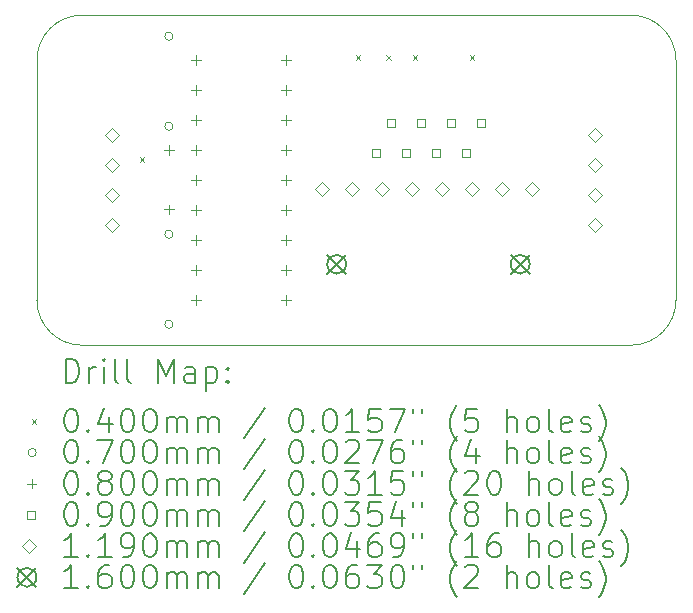
<source format=gbr>
%TF.GenerationSoftware,KiCad,Pcbnew,7.0.1*%
%TF.CreationDate,2023-07-05T13:46:18-05:00*%
%TF.ProjectId,MCP23008 Keypad Breakout,4d435032-3330-4303-9820-4b6579706164,rev?*%
%TF.SameCoordinates,Original*%
%TF.FileFunction,Drillmap*%
%TF.FilePolarity,Positive*%
%FSLAX45Y45*%
G04 Gerber Fmt 4.5, Leading zero omitted, Abs format (unit mm)*
G04 Created by KiCad (PCBNEW 7.0.1) date 2023-07-05 13:46:18*
%MOMM*%
%LPD*%
G01*
G04 APERTURE LIST*
%ADD10C,0.100000*%
%ADD11C,0.200000*%
%ADD12C,0.040000*%
%ADD13C,0.070000*%
%ADD14C,0.080000*%
%ADD15C,0.090000*%
%ADD16C,0.119000*%
%ADD17C,0.160000*%
G04 APERTURE END LIST*
D10*
X17373600Y-13335000D02*
G75*
G03*
X17754600Y-12954000I0J381000D01*
G01*
X17754600Y-10922000D02*
G75*
G03*
X17373600Y-10541000I-381000J0D01*
G01*
X12344400Y-12954000D02*
G75*
G03*
X12725400Y-13335000I381000J0D01*
G01*
X12725400Y-10541000D02*
G75*
G03*
X12344400Y-10922000I0J-381000D01*
G01*
X17373600Y-10541000D02*
X12725400Y-10541000D01*
X12344400Y-12954000D02*
X12344400Y-10922000D01*
X17754600Y-12954000D02*
X17754600Y-10922000D01*
X12725400Y-13335000D02*
X17373600Y-13335000D01*
D11*
D12*
X13213400Y-11740200D02*
X13253400Y-11780200D01*
X13253400Y-11740200D02*
X13213400Y-11780200D01*
X15042200Y-10876600D02*
X15082200Y-10916600D01*
X15082200Y-10876600D02*
X15042200Y-10916600D01*
X15302200Y-10876600D02*
X15342200Y-10916600D01*
X15342200Y-10876600D02*
X15302200Y-10916600D01*
X15524800Y-10876600D02*
X15564800Y-10916600D01*
X15564800Y-10876600D02*
X15524800Y-10916600D01*
X16007400Y-10876600D02*
X16047400Y-10916600D01*
X16047400Y-10876600D02*
X16007400Y-10916600D01*
D13*
X13497000Y-10718800D02*
G75*
G03*
X13497000Y-10718800I-35000J0D01*
G01*
X13497000Y-11480800D02*
G75*
G03*
X13497000Y-11480800I-35000J0D01*
G01*
X13497000Y-12395200D02*
G75*
G03*
X13497000Y-12395200I-35000J0D01*
G01*
X13497000Y-13157200D02*
G75*
G03*
X13497000Y-13157200I-35000J0D01*
G01*
D14*
X13462000Y-11644000D02*
X13462000Y-11724000D01*
X13422000Y-11684000D02*
X13502000Y-11684000D01*
X13462000Y-12144000D02*
X13462000Y-12224000D01*
X13422000Y-12184000D02*
X13502000Y-12184000D01*
X13690600Y-10882000D02*
X13690600Y-10962000D01*
X13650600Y-10922000D02*
X13730600Y-10922000D01*
X13690600Y-11136000D02*
X13690600Y-11216000D01*
X13650600Y-11176000D02*
X13730600Y-11176000D01*
X13690600Y-11390000D02*
X13690600Y-11470000D01*
X13650600Y-11430000D02*
X13730600Y-11430000D01*
X13690600Y-11644000D02*
X13690600Y-11724000D01*
X13650600Y-11684000D02*
X13730600Y-11684000D01*
X13690600Y-11898000D02*
X13690600Y-11978000D01*
X13650600Y-11938000D02*
X13730600Y-11938000D01*
X13690600Y-12152000D02*
X13690600Y-12232000D01*
X13650600Y-12192000D02*
X13730600Y-12192000D01*
X13690600Y-12406000D02*
X13690600Y-12486000D01*
X13650600Y-12446000D02*
X13730600Y-12446000D01*
X13690600Y-12660000D02*
X13690600Y-12740000D01*
X13650600Y-12700000D02*
X13730600Y-12700000D01*
X13690600Y-12914000D02*
X13690600Y-12994000D01*
X13650600Y-12954000D02*
X13730600Y-12954000D01*
X14452600Y-10882000D02*
X14452600Y-10962000D01*
X14412600Y-10922000D02*
X14492600Y-10922000D01*
X14452600Y-11136000D02*
X14452600Y-11216000D01*
X14412600Y-11176000D02*
X14492600Y-11176000D01*
X14452600Y-11390000D02*
X14452600Y-11470000D01*
X14412600Y-11430000D02*
X14492600Y-11430000D01*
X14452600Y-11644000D02*
X14452600Y-11724000D01*
X14412600Y-11684000D02*
X14492600Y-11684000D01*
X14452600Y-11898000D02*
X14452600Y-11978000D01*
X14412600Y-11938000D02*
X14492600Y-11938000D01*
X14452600Y-12152000D02*
X14452600Y-12232000D01*
X14412600Y-12192000D02*
X14492600Y-12192000D01*
X14452600Y-12406000D02*
X14452600Y-12486000D01*
X14412600Y-12446000D02*
X14492600Y-12446000D01*
X14452600Y-12660000D02*
X14452600Y-12740000D01*
X14412600Y-12700000D02*
X14492600Y-12700000D01*
X14452600Y-12914000D02*
X14452600Y-12994000D01*
X14412600Y-12954000D02*
X14492600Y-12954000D01*
D15*
X15246420Y-11741220D02*
X15246420Y-11677580D01*
X15182780Y-11677580D01*
X15182780Y-11741220D01*
X15246420Y-11741220D01*
X15373420Y-11487220D02*
X15373420Y-11423580D01*
X15309780Y-11423580D01*
X15309780Y-11487220D01*
X15373420Y-11487220D01*
X15500420Y-11741220D02*
X15500420Y-11677580D01*
X15436780Y-11677580D01*
X15436780Y-11741220D01*
X15500420Y-11741220D01*
X15627420Y-11487220D02*
X15627420Y-11423580D01*
X15563780Y-11423580D01*
X15563780Y-11487220D01*
X15627420Y-11487220D01*
X15754420Y-11741220D02*
X15754420Y-11677580D01*
X15690780Y-11677580D01*
X15690780Y-11741220D01*
X15754420Y-11741220D01*
X15881420Y-11487220D02*
X15881420Y-11423580D01*
X15817780Y-11423580D01*
X15817780Y-11487220D01*
X15881420Y-11487220D01*
X16008420Y-11741220D02*
X16008420Y-11677580D01*
X15944780Y-11677580D01*
X15944780Y-11741220D01*
X16008420Y-11741220D01*
X16135420Y-11487220D02*
X16135420Y-11423580D01*
X16071780Y-11423580D01*
X16071780Y-11487220D01*
X16135420Y-11487220D01*
D16*
X12981400Y-11616500D02*
X13040900Y-11557000D01*
X12981400Y-11497500D01*
X12921900Y-11557000D01*
X12981400Y-11616500D01*
X12981400Y-11870500D02*
X13040900Y-11811000D01*
X12981400Y-11751500D01*
X12921900Y-11811000D01*
X12981400Y-11870500D01*
X12981400Y-12124500D02*
X13040900Y-12065000D01*
X12981400Y-12005500D01*
X12921900Y-12065000D01*
X12981400Y-12124500D01*
X12981400Y-12378500D02*
X13040900Y-12319000D01*
X12981400Y-12259500D01*
X12921900Y-12319000D01*
X12981400Y-12378500D01*
X14757400Y-12073700D02*
X14816900Y-12014200D01*
X14757400Y-11954700D01*
X14697900Y-12014200D01*
X14757400Y-12073700D01*
X15011400Y-12073700D02*
X15070900Y-12014200D01*
X15011400Y-11954700D01*
X14951900Y-12014200D01*
X15011400Y-12073700D01*
X15265400Y-12073700D02*
X15324900Y-12014200D01*
X15265400Y-11954700D01*
X15205900Y-12014200D01*
X15265400Y-12073700D01*
X15519400Y-12073700D02*
X15578900Y-12014200D01*
X15519400Y-11954700D01*
X15459900Y-12014200D01*
X15519400Y-12073700D01*
X15773400Y-12073700D02*
X15832900Y-12014200D01*
X15773400Y-11954700D01*
X15713900Y-12014200D01*
X15773400Y-12073700D01*
X16027400Y-12073700D02*
X16086900Y-12014200D01*
X16027400Y-11954700D01*
X15967900Y-12014200D01*
X16027400Y-12073700D01*
X16281400Y-12073700D02*
X16340900Y-12014200D01*
X16281400Y-11954700D01*
X16221900Y-12014200D01*
X16281400Y-12073700D01*
X16535400Y-12073700D02*
X16594900Y-12014200D01*
X16535400Y-11954700D01*
X16475900Y-12014200D01*
X16535400Y-12073700D01*
X17068800Y-11616500D02*
X17128300Y-11557000D01*
X17068800Y-11497500D01*
X17009300Y-11557000D01*
X17068800Y-11616500D01*
X17068800Y-11870500D02*
X17128300Y-11811000D01*
X17068800Y-11751500D01*
X17009300Y-11811000D01*
X17068800Y-11870500D01*
X17068800Y-12124500D02*
X17128300Y-12065000D01*
X17068800Y-12005500D01*
X17009300Y-12065000D01*
X17068800Y-12124500D01*
X17068800Y-12378500D02*
X17128300Y-12319000D01*
X17068800Y-12259500D01*
X17009300Y-12319000D01*
X17068800Y-12378500D01*
D17*
X14802100Y-12569400D02*
X14962100Y-12729400D01*
X14962100Y-12569400D02*
X14802100Y-12729400D01*
X14962100Y-12649400D02*
G75*
G03*
X14962100Y-12649400I-80000J0D01*
G01*
X16356100Y-12569400D02*
X16516100Y-12729400D01*
X16516100Y-12569400D02*
X16356100Y-12729400D01*
X16516100Y-12649400D02*
G75*
G03*
X16516100Y-12649400I-80000J0D01*
G01*
D11*
X12587019Y-13652524D02*
X12587019Y-13452524D01*
X12587019Y-13452524D02*
X12634638Y-13452524D01*
X12634638Y-13452524D02*
X12663209Y-13462048D01*
X12663209Y-13462048D02*
X12682257Y-13481095D01*
X12682257Y-13481095D02*
X12691781Y-13500143D01*
X12691781Y-13500143D02*
X12701305Y-13538238D01*
X12701305Y-13538238D02*
X12701305Y-13566809D01*
X12701305Y-13566809D02*
X12691781Y-13604905D01*
X12691781Y-13604905D02*
X12682257Y-13623952D01*
X12682257Y-13623952D02*
X12663209Y-13643000D01*
X12663209Y-13643000D02*
X12634638Y-13652524D01*
X12634638Y-13652524D02*
X12587019Y-13652524D01*
X12787019Y-13652524D02*
X12787019Y-13519190D01*
X12787019Y-13557286D02*
X12796543Y-13538238D01*
X12796543Y-13538238D02*
X12806067Y-13528714D01*
X12806067Y-13528714D02*
X12825114Y-13519190D01*
X12825114Y-13519190D02*
X12844162Y-13519190D01*
X12910828Y-13652524D02*
X12910828Y-13519190D01*
X12910828Y-13452524D02*
X12901305Y-13462048D01*
X12901305Y-13462048D02*
X12910828Y-13471571D01*
X12910828Y-13471571D02*
X12920352Y-13462048D01*
X12920352Y-13462048D02*
X12910828Y-13452524D01*
X12910828Y-13452524D02*
X12910828Y-13471571D01*
X13034638Y-13652524D02*
X13015590Y-13643000D01*
X13015590Y-13643000D02*
X13006067Y-13623952D01*
X13006067Y-13623952D02*
X13006067Y-13452524D01*
X13139400Y-13652524D02*
X13120352Y-13643000D01*
X13120352Y-13643000D02*
X13110828Y-13623952D01*
X13110828Y-13623952D02*
X13110828Y-13452524D01*
X13367971Y-13652524D02*
X13367971Y-13452524D01*
X13367971Y-13452524D02*
X13434638Y-13595381D01*
X13434638Y-13595381D02*
X13501305Y-13452524D01*
X13501305Y-13452524D02*
X13501305Y-13652524D01*
X13682257Y-13652524D02*
X13682257Y-13547762D01*
X13682257Y-13547762D02*
X13672733Y-13528714D01*
X13672733Y-13528714D02*
X13653686Y-13519190D01*
X13653686Y-13519190D02*
X13615590Y-13519190D01*
X13615590Y-13519190D02*
X13596543Y-13528714D01*
X13682257Y-13643000D02*
X13663209Y-13652524D01*
X13663209Y-13652524D02*
X13615590Y-13652524D01*
X13615590Y-13652524D02*
X13596543Y-13643000D01*
X13596543Y-13643000D02*
X13587019Y-13623952D01*
X13587019Y-13623952D02*
X13587019Y-13604905D01*
X13587019Y-13604905D02*
X13596543Y-13585857D01*
X13596543Y-13585857D02*
X13615590Y-13576333D01*
X13615590Y-13576333D02*
X13663209Y-13576333D01*
X13663209Y-13576333D02*
X13682257Y-13566809D01*
X13777495Y-13519190D02*
X13777495Y-13719190D01*
X13777495Y-13528714D02*
X13796543Y-13519190D01*
X13796543Y-13519190D02*
X13834638Y-13519190D01*
X13834638Y-13519190D02*
X13853686Y-13528714D01*
X13853686Y-13528714D02*
X13863209Y-13538238D01*
X13863209Y-13538238D02*
X13872733Y-13557286D01*
X13872733Y-13557286D02*
X13872733Y-13614428D01*
X13872733Y-13614428D02*
X13863209Y-13633476D01*
X13863209Y-13633476D02*
X13853686Y-13643000D01*
X13853686Y-13643000D02*
X13834638Y-13652524D01*
X13834638Y-13652524D02*
X13796543Y-13652524D01*
X13796543Y-13652524D02*
X13777495Y-13643000D01*
X13958448Y-13633476D02*
X13967971Y-13643000D01*
X13967971Y-13643000D02*
X13958448Y-13652524D01*
X13958448Y-13652524D02*
X13948924Y-13643000D01*
X13948924Y-13643000D02*
X13958448Y-13633476D01*
X13958448Y-13633476D02*
X13958448Y-13652524D01*
X13958448Y-13528714D02*
X13967971Y-13538238D01*
X13967971Y-13538238D02*
X13958448Y-13547762D01*
X13958448Y-13547762D02*
X13948924Y-13538238D01*
X13948924Y-13538238D02*
X13958448Y-13528714D01*
X13958448Y-13528714D02*
X13958448Y-13547762D01*
D12*
X12299400Y-13960000D02*
X12339400Y-14000000D01*
X12339400Y-13960000D02*
X12299400Y-14000000D01*
D11*
X12625114Y-13872524D02*
X12644162Y-13872524D01*
X12644162Y-13872524D02*
X12663209Y-13882048D01*
X12663209Y-13882048D02*
X12672733Y-13891571D01*
X12672733Y-13891571D02*
X12682257Y-13910619D01*
X12682257Y-13910619D02*
X12691781Y-13948714D01*
X12691781Y-13948714D02*
X12691781Y-13996333D01*
X12691781Y-13996333D02*
X12682257Y-14034428D01*
X12682257Y-14034428D02*
X12672733Y-14053476D01*
X12672733Y-14053476D02*
X12663209Y-14063000D01*
X12663209Y-14063000D02*
X12644162Y-14072524D01*
X12644162Y-14072524D02*
X12625114Y-14072524D01*
X12625114Y-14072524D02*
X12606067Y-14063000D01*
X12606067Y-14063000D02*
X12596543Y-14053476D01*
X12596543Y-14053476D02*
X12587019Y-14034428D01*
X12587019Y-14034428D02*
X12577495Y-13996333D01*
X12577495Y-13996333D02*
X12577495Y-13948714D01*
X12577495Y-13948714D02*
X12587019Y-13910619D01*
X12587019Y-13910619D02*
X12596543Y-13891571D01*
X12596543Y-13891571D02*
X12606067Y-13882048D01*
X12606067Y-13882048D02*
X12625114Y-13872524D01*
X12777495Y-14053476D02*
X12787019Y-14063000D01*
X12787019Y-14063000D02*
X12777495Y-14072524D01*
X12777495Y-14072524D02*
X12767971Y-14063000D01*
X12767971Y-14063000D02*
X12777495Y-14053476D01*
X12777495Y-14053476D02*
X12777495Y-14072524D01*
X12958448Y-13939190D02*
X12958448Y-14072524D01*
X12910828Y-13863000D02*
X12863209Y-14005857D01*
X12863209Y-14005857D02*
X12987019Y-14005857D01*
X13101305Y-13872524D02*
X13120352Y-13872524D01*
X13120352Y-13872524D02*
X13139400Y-13882048D01*
X13139400Y-13882048D02*
X13148924Y-13891571D01*
X13148924Y-13891571D02*
X13158448Y-13910619D01*
X13158448Y-13910619D02*
X13167971Y-13948714D01*
X13167971Y-13948714D02*
X13167971Y-13996333D01*
X13167971Y-13996333D02*
X13158448Y-14034428D01*
X13158448Y-14034428D02*
X13148924Y-14053476D01*
X13148924Y-14053476D02*
X13139400Y-14063000D01*
X13139400Y-14063000D02*
X13120352Y-14072524D01*
X13120352Y-14072524D02*
X13101305Y-14072524D01*
X13101305Y-14072524D02*
X13082257Y-14063000D01*
X13082257Y-14063000D02*
X13072733Y-14053476D01*
X13072733Y-14053476D02*
X13063209Y-14034428D01*
X13063209Y-14034428D02*
X13053686Y-13996333D01*
X13053686Y-13996333D02*
X13053686Y-13948714D01*
X13053686Y-13948714D02*
X13063209Y-13910619D01*
X13063209Y-13910619D02*
X13072733Y-13891571D01*
X13072733Y-13891571D02*
X13082257Y-13882048D01*
X13082257Y-13882048D02*
X13101305Y-13872524D01*
X13291781Y-13872524D02*
X13310829Y-13872524D01*
X13310829Y-13872524D02*
X13329876Y-13882048D01*
X13329876Y-13882048D02*
X13339400Y-13891571D01*
X13339400Y-13891571D02*
X13348924Y-13910619D01*
X13348924Y-13910619D02*
X13358448Y-13948714D01*
X13358448Y-13948714D02*
X13358448Y-13996333D01*
X13358448Y-13996333D02*
X13348924Y-14034428D01*
X13348924Y-14034428D02*
X13339400Y-14053476D01*
X13339400Y-14053476D02*
X13329876Y-14063000D01*
X13329876Y-14063000D02*
X13310829Y-14072524D01*
X13310829Y-14072524D02*
X13291781Y-14072524D01*
X13291781Y-14072524D02*
X13272733Y-14063000D01*
X13272733Y-14063000D02*
X13263209Y-14053476D01*
X13263209Y-14053476D02*
X13253686Y-14034428D01*
X13253686Y-14034428D02*
X13244162Y-13996333D01*
X13244162Y-13996333D02*
X13244162Y-13948714D01*
X13244162Y-13948714D02*
X13253686Y-13910619D01*
X13253686Y-13910619D02*
X13263209Y-13891571D01*
X13263209Y-13891571D02*
X13272733Y-13882048D01*
X13272733Y-13882048D02*
X13291781Y-13872524D01*
X13444162Y-14072524D02*
X13444162Y-13939190D01*
X13444162Y-13958238D02*
X13453686Y-13948714D01*
X13453686Y-13948714D02*
X13472733Y-13939190D01*
X13472733Y-13939190D02*
X13501305Y-13939190D01*
X13501305Y-13939190D02*
X13520352Y-13948714D01*
X13520352Y-13948714D02*
X13529876Y-13967762D01*
X13529876Y-13967762D02*
X13529876Y-14072524D01*
X13529876Y-13967762D02*
X13539400Y-13948714D01*
X13539400Y-13948714D02*
X13558448Y-13939190D01*
X13558448Y-13939190D02*
X13587019Y-13939190D01*
X13587019Y-13939190D02*
X13606067Y-13948714D01*
X13606067Y-13948714D02*
X13615590Y-13967762D01*
X13615590Y-13967762D02*
X13615590Y-14072524D01*
X13710829Y-14072524D02*
X13710829Y-13939190D01*
X13710829Y-13958238D02*
X13720352Y-13948714D01*
X13720352Y-13948714D02*
X13739400Y-13939190D01*
X13739400Y-13939190D02*
X13767971Y-13939190D01*
X13767971Y-13939190D02*
X13787019Y-13948714D01*
X13787019Y-13948714D02*
X13796543Y-13967762D01*
X13796543Y-13967762D02*
X13796543Y-14072524D01*
X13796543Y-13967762D02*
X13806067Y-13948714D01*
X13806067Y-13948714D02*
X13825114Y-13939190D01*
X13825114Y-13939190D02*
X13853686Y-13939190D01*
X13853686Y-13939190D02*
X13872733Y-13948714D01*
X13872733Y-13948714D02*
X13882257Y-13967762D01*
X13882257Y-13967762D02*
X13882257Y-14072524D01*
X14272733Y-13863000D02*
X14101305Y-14120143D01*
X14529876Y-13872524D02*
X14548924Y-13872524D01*
X14548924Y-13872524D02*
X14567972Y-13882048D01*
X14567972Y-13882048D02*
X14577495Y-13891571D01*
X14577495Y-13891571D02*
X14587019Y-13910619D01*
X14587019Y-13910619D02*
X14596543Y-13948714D01*
X14596543Y-13948714D02*
X14596543Y-13996333D01*
X14596543Y-13996333D02*
X14587019Y-14034428D01*
X14587019Y-14034428D02*
X14577495Y-14053476D01*
X14577495Y-14053476D02*
X14567972Y-14063000D01*
X14567972Y-14063000D02*
X14548924Y-14072524D01*
X14548924Y-14072524D02*
X14529876Y-14072524D01*
X14529876Y-14072524D02*
X14510829Y-14063000D01*
X14510829Y-14063000D02*
X14501305Y-14053476D01*
X14501305Y-14053476D02*
X14491781Y-14034428D01*
X14491781Y-14034428D02*
X14482257Y-13996333D01*
X14482257Y-13996333D02*
X14482257Y-13948714D01*
X14482257Y-13948714D02*
X14491781Y-13910619D01*
X14491781Y-13910619D02*
X14501305Y-13891571D01*
X14501305Y-13891571D02*
X14510829Y-13882048D01*
X14510829Y-13882048D02*
X14529876Y-13872524D01*
X14682257Y-14053476D02*
X14691781Y-14063000D01*
X14691781Y-14063000D02*
X14682257Y-14072524D01*
X14682257Y-14072524D02*
X14672733Y-14063000D01*
X14672733Y-14063000D02*
X14682257Y-14053476D01*
X14682257Y-14053476D02*
X14682257Y-14072524D01*
X14815591Y-13872524D02*
X14834638Y-13872524D01*
X14834638Y-13872524D02*
X14853686Y-13882048D01*
X14853686Y-13882048D02*
X14863210Y-13891571D01*
X14863210Y-13891571D02*
X14872733Y-13910619D01*
X14872733Y-13910619D02*
X14882257Y-13948714D01*
X14882257Y-13948714D02*
X14882257Y-13996333D01*
X14882257Y-13996333D02*
X14872733Y-14034428D01*
X14872733Y-14034428D02*
X14863210Y-14053476D01*
X14863210Y-14053476D02*
X14853686Y-14063000D01*
X14853686Y-14063000D02*
X14834638Y-14072524D01*
X14834638Y-14072524D02*
X14815591Y-14072524D01*
X14815591Y-14072524D02*
X14796543Y-14063000D01*
X14796543Y-14063000D02*
X14787019Y-14053476D01*
X14787019Y-14053476D02*
X14777495Y-14034428D01*
X14777495Y-14034428D02*
X14767972Y-13996333D01*
X14767972Y-13996333D02*
X14767972Y-13948714D01*
X14767972Y-13948714D02*
X14777495Y-13910619D01*
X14777495Y-13910619D02*
X14787019Y-13891571D01*
X14787019Y-13891571D02*
X14796543Y-13882048D01*
X14796543Y-13882048D02*
X14815591Y-13872524D01*
X15072733Y-14072524D02*
X14958448Y-14072524D01*
X15015591Y-14072524D02*
X15015591Y-13872524D01*
X15015591Y-13872524D02*
X14996543Y-13901095D01*
X14996543Y-13901095D02*
X14977495Y-13920143D01*
X14977495Y-13920143D02*
X14958448Y-13929667D01*
X15253686Y-13872524D02*
X15158448Y-13872524D01*
X15158448Y-13872524D02*
X15148924Y-13967762D01*
X15148924Y-13967762D02*
X15158448Y-13958238D01*
X15158448Y-13958238D02*
X15177495Y-13948714D01*
X15177495Y-13948714D02*
X15225114Y-13948714D01*
X15225114Y-13948714D02*
X15244162Y-13958238D01*
X15244162Y-13958238D02*
X15253686Y-13967762D01*
X15253686Y-13967762D02*
X15263210Y-13986809D01*
X15263210Y-13986809D02*
X15263210Y-14034428D01*
X15263210Y-14034428D02*
X15253686Y-14053476D01*
X15253686Y-14053476D02*
X15244162Y-14063000D01*
X15244162Y-14063000D02*
X15225114Y-14072524D01*
X15225114Y-14072524D02*
X15177495Y-14072524D01*
X15177495Y-14072524D02*
X15158448Y-14063000D01*
X15158448Y-14063000D02*
X15148924Y-14053476D01*
X15329876Y-13872524D02*
X15463210Y-13872524D01*
X15463210Y-13872524D02*
X15377495Y-14072524D01*
X15529876Y-13872524D02*
X15529876Y-13910619D01*
X15606067Y-13872524D02*
X15606067Y-13910619D01*
X15901305Y-14148714D02*
X15891781Y-14139190D01*
X15891781Y-14139190D02*
X15872734Y-14110619D01*
X15872734Y-14110619D02*
X15863210Y-14091571D01*
X15863210Y-14091571D02*
X15853686Y-14063000D01*
X15853686Y-14063000D02*
X15844162Y-14015381D01*
X15844162Y-14015381D02*
X15844162Y-13977286D01*
X15844162Y-13977286D02*
X15853686Y-13929667D01*
X15853686Y-13929667D02*
X15863210Y-13901095D01*
X15863210Y-13901095D02*
X15872734Y-13882048D01*
X15872734Y-13882048D02*
X15891781Y-13853476D01*
X15891781Y-13853476D02*
X15901305Y-13843952D01*
X16072734Y-13872524D02*
X15977495Y-13872524D01*
X15977495Y-13872524D02*
X15967972Y-13967762D01*
X15967972Y-13967762D02*
X15977495Y-13958238D01*
X15977495Y-13958238D02*
X15996543Y-13948714D01*
X15996543Y-13948714D02*
X16044162Y-13948714D01*
X16044162Y-13948714D02*
X16063210Y-13958238D01*
X16063210Y-13958238D02*
X16072734Y-13967762D01*
X16072734Y-13967762D02*
X16082257Y-13986809D01*
X16082257Y-13986809D02*
X16082257Y-14034428D01*
X16082257Y-14034428D02*
X16072734Y-14053476D01*
X16072734Y-14053476D02*
X16063210Y-14063000D01*
X16063210Y-14063000D02*
X16044162Y-14072524D01*
X16044162Y-14072524D02*
X15996543Y-14072524D01*
X15996543Y-14072524D02*
X15977495Y-14063000D01*
X15977495Y-14063000D02*
X15967972Y-14053476D01*
X16320353Y-14072524D02*
X16320353Y-13872524D01*
X16406067Y-14072524D02*
X16406067Y-13967762D01*
X16406067Y-13967762D02*
X16396543Y-13948714D01*
X16396543Y-13948714D02*
X16377496Y-13939190D01*
X16377496Y-13939190D02*
X16348924Y-13939190D01*
X16348924Y-13939190D02*
X16329876Y-13948714D01*
X16329876Y-13948714D02*
X16320353Y-13958238D01*
X16529876Y-14072524D02*
X16510829Y-14063000D01*
X16510829Y-14063000D02*
X16501305Y-14053476D01*
X16501305Y-14053476D02*
X16491781Y-14034428D01*
X16491781Y-14034428D02*
X16491781Y-13977286D01*
X16491781Y-13977286D02*
X16501305Y-13958238D01*
X16501305Y-13958238D02*
X16510829Y-13948714D01*
X16510829Y-13948714D02*
X16529876Y-13939190D01*
X16529876Y-13939190D02*
X16558448Y-13939190D01*
X16558448Y-13939190D02*
X16577496Y-13948714D01*
X16577496Y-13948714D02*
X16587019Y-13958238D01*
X16587019Y-13958238D02*
X16596543Y-13977286D01*
X16596543Y-13977286D02*
X16596543Y-14034428D01*
X16596543Y-14034428D02*
X16587019Y-14053476D01*
X16587019Y-14053476D02*
X16577496Y-14063000D01*
X16577496Y-14063000D02*
X16558448Y-14072524D01*
X16558448Y-14072524D02*
X16529876Y-14072524D01*
X16710829Y-14072524D02*
X16691781Y-14063000D01*
X16691781Y-14063000D02*
X16682257Y-14043952D01*
X16682257Y-14043952D02*
X16682257Y-13872524D01*
X16863210Y-14063000D02*
X16844162Y-14072524D01*
X16844162Y-14072524D02*
X16806067Y-14072524D01*
X16806067Y-14072524D02*
X16787019Y-14063000D01*
X16787019Y-14063000D02*
X16777496Y-14043952D01*
X16777496Y-14043952D02*
X16777496Y-13967762D01*
X16777496Y-13967762D02*
X16787019Y-13948714D01*
X16787019Y-13948714D02*
X16806067Y-13939190D01*
X16806067Y-13939190D02*
X16844162Y-13939190D01*
X16844162Y-13939190D02*
X16863210Y-13948714D01*
X16863210Y-13948714D02*
X16872734Y-13967762D01*
X16872734Y-13967762D02*
X16872734Y-13986809D01*
X16872734Y-13986809D02*
X16777496Y-14005857D01*
X16948924Y-14063000D02*
X16967972Y-14072524D01*
X16967972Y-14072524D02*
X17006067Y-14072524D01*
X17006067Y-14072524D02*
X17025115Y-14063000D01*
X17025115Y-14063000D02*
X17034639Y-14043952D01*
X17034639Y-14043952D02*
X17034639Y-14034428D01*
X17034639Y-14034428D02*
X17025115Y-14015381D01*
X17025115Y-14015381D02*
X17006067Y-14005857D01*
X17006067Y-14005857D02*
X16977496Y-14005857D01*
X16977496Y-14005857D02*
X16958448Y-13996333D01*
X16958448Y-13996333D02*
X16948924Y-13977286D01*
X16948924Y-13977286D02*
X16948924Y-13967762D01*
X16948924Y-13967762D02*
X16958448Y-13948714D01*
X16958448Y-13948714D02*
X16977496Y-13939190D01*
X16977496Y-13939190D02*
X17006067Y-13939190D01*
X17006067Y-13939190D02*
X17025115Y-13948714D01*
X17101305Y-14148714D02*
X17110829Y-14139190D01*
X17110829Y-14139190D02*
X17129877Y-14110619D01*
X17129877Y-14110619D02*
X17139400Y-14091571D01*
X17139400Y-14091571D02*
X17148924Y-14063000D01*
X17148924Y-14063000D02*
X17158448Y-14015381D01*
X17158448Y-14015381D02*
X17158448Y-13977286D01*
X17158448Y-13977286D02*
X17148924Y-13929667D01*
X17148924Y-13929667D02*
X17139400Y-13901095D01*
X17139400Y-13901095D02*
X17129877Y-13882048D01*
X17129877Y-13882048D02*
X17110829Y-13853476D01*
X17110829Y-13853476D02*
X17101305Y-13843952D01*
D13*
X12339400Y-14244000D02*
G75*
G03*
X12339400Y-14244000I-35000J0D01*
G01*
D11*
X12625114Y-14136524D02*
X12644162Y-14136524D01*
X12644162Y-14136524D02*
X12663209Y-14146048D01*
X12663209Y-14146048D02*
X12672733Y-14155571D01*
X12672733Y-14155571D02*
X12682257Y-14174619D01*
X12682257Y-14174619D02*
X12691781Y-14212714D01*
X12691781Y-14212714D02*
X12691781Y-14260333D01*
X12691781Y-14260333D02*
X12682257Y-14298428D01*
X12682257Y-14298428D02*
X12672733Y-14317476D01*
X12672733Y-14317476D02*
X12663209Y-14327000D01*
X12663209Y-14327000D02*
X12644162Y-14336524D01*
X12644162Y-14336524D02*
X12625114Y-14336524D01*
X12625114Y-14336524D02*
X12606067Y-14327000D01*
X12606067Y-14327000D02*
X12596543Y-14317476D01*
X12596543Y-14317476D02*
X12587019Y-14298428D01*
X12587019Y-14298428D02*
X12577495Y-14260333D01*
X12577495Y-14260333D02*
X12577495Y-14212714D01*
X12577495Y-14212714D02*
X12587019Y-14174619D01*
X12587019Y-14174619D02*
X12596543Y-14155571D01*
X12596543Y-14155571D02*
X12606067Y-14146048D01*
X12606067Y-14146048D02*
X12625114Y-14136524D01*
X12777495Y-14317476D02*
X12787019Y-14327000D01*
X12787019Y-14327000D02*
X12777495Y-14336524D01*
X12777495Y-14336524D02*
X12767971Y-14327000D01*
X12767971Y-14327000D02*
X12777495Y-14317476D01*
X12777495Y-14317476D02*
X12777495Y-14336524D01*
X12853686Y-14136524D02*
X12987019Y-14136524D01*
X12987019Y-14136524D02*
X12901305Y-14336524D01*
X13101305Y-14136524D02*
X13120352Y-14136524D01*
X13120352Y-14136524D02*
X13139400Y-14146048D01*
X13139400Y-14146048D02*
X13148924Y-14155571D01*
X13148924Y-14155571D02*
X13158448Y-14174619D01*
X13158448Y-14174619D02*
X13167971Y-14212714D01*
X13167971Y-14212714D02*
X13167971Y-14260333D01*
X13167971Y-14260333D02*
X13158448Y-14298428D01*
X13158448Y-14298428D02*
X13148924Y-14317476D01*
X13148924Y-14317476D02*
X13139400Y-14327000D01*
X13139400Y-14327000D02*
X13120352Y-14336524D01*
X13120352Y-14336524D02*
X13101305Y-14336524D01*
X13101305Y-14336524D02*
X13082257Y-14327000D01*
X13082257Y-14327000D02*
X13072733Y-14317476D01*
X13072733Y-14317476D02*
X13063209Y-14298428D01*
X13063209Y-14298428D02*
X13053686Y-14260333D01*
X13053686Y-14260333D02*
X13053686Y-14212714D01*
X13053686Y-14212714D02*
X13063209Y-14174619D01*
X13063209Y-14174619D02*
X13072733Y-14155571D01*
X13072733Y-14155571D02*
X13082257Y-14146048D01*
X13082257Y-14146048D02*
X13101305Y-14136524D01*
X13291781Y-14136524D02*
X13310829Y-14136524D01*
X13310829Y-14136524D02*
X13329876Y-14146048D01*
X13329876Y-14146048D02*
X13339400Y-14155571D01*
X13339400Y-14155571D02*
X13348924Y-14174619D01*
X13348924Y-14174619D02*
X13358448Y-14212714D01*
X13358448Y-14212714D02*
X13358448Y-14260333D01*
X13358448Y-14260333D02*
X13348924Y-14298428D01*
X13348924Y-14298428D02*
X13339400Y-14317476D01*
X13339400Y-14317476D02*
X13329876Y-14327000D01*
X13329876Y-14327000D02*
X13310829Y-14336524D01*
X13310829Y-14336524D02*
X13291781Y-14336524D01*
X13291781Y-14336524D02*
X13272733Y-14327000D01*
X13272733Y-14327000D02*
X13263209Y-14317476D01*
X13263209Y-14317476D02*
X13253686Y-14298428D01*
X13253686Y-14298428D02*
X13244162Y-14260333D01*
X13244162Y-14260333D02*
X13244162Y-14212714D01*
X13244162Y-14212714D02*
X13253686Y-14174619D01*
X13253686Y-14174619D02*
X13263209Y-14155571D01*
X13263209Y-14155571D02*
X13272733Y-14146048D01*
X13272733Y-14146048D02*
X13291781Y-14136524D01*
X13444162Y-14336524D02*
X13444162Y-14203190D01*
X13444162Y-14222238D02*
X13453686Y-14212714D01*
X13453686Y-14212714D02*
X13472733Y-14203190D01*
X13472733Y-14203190D02*
X13501305Y-14203190D01*
X13501305Y-14203190D02*
X13520352Y-14212714D01*
X13520352Y-14212714D02*
X13529876Y-14231762D01*
X13529876Y-14231762D02*
X13529876Y-14336524D01*
X13529876Y-14231762D02*
X13539400Y-14212714D01*
X13539400Y-14212714D02*
X13558448Y-14203190D01*
X13558448Y-14203190D02*
X13587019Y-14203190D01*
X13587019Y-14203190D02*
X13606067Y-14212714D01*
X13606067Y-14212714D02*
X13615590Y-14231762D01*
X13615590Y-14231762D02*
X13615590Y-14336524D01*
X13710829Y-14336524D02*
X13710829Y-14203190D01*
X13710829Y-14222238D02*
X13720352Y-14212714D01*
X13720352Y-14212714D02*
X13739400Y-14203190D01*
X13739400Y-14203190D02*
X13767971Y-14203190D01*
X13767971Y-14203190D02*
X13787019Y-14212714D01*
X13787019Y-14212714D02*
X13796543Y-14231762D01*
X13796543Y-14231762D02*
X13796543Y-14336524D01*
X13796543Y-14231762D02*
X13806067Y-14212714D01*
X13806067Y-14212714D02*
X13825114Y-14203190D01*
X13825114Y-14203190D02*
X13853686Y-14203190D01*
X13853686Y-14203190D02*
X13872733Y-14212714D01*
X13872733Y-14212714D02*
X13882257Y-14231762D01*
X13882257Y-14231762D02*
X13882257Y-14336524D01*
X14272733Y-14127000D02*
X14101305Y-14384143D01*
X14529876Y-14136524D02*
X14548924Y-14136524D01*
X14548924Y-14136524D02*
X14567972Y-14146048D01*
X14567972Y-14146048D02*
X14577495Y-14155571D01*
X14577495Y-14155571D02*
X14587019Y-14174619D01*
X14587019Y-14174619D02*
X14596543Y-14212714D01*
X14596543Y-14212714D02*
X14596543Y-14260333D01*
X14596543Y-14260333D02*
X14587019Y-14298428D01*
X14587019Y-14298428D02*
X14577495Y-14317476D01*
X14577495Y-14317476D02*
X14567972Y-14327000D01*
X14567972Y-14327000D02*
X14548924Y-14336524D01*
X14548924Y-14336524D02*
X14529876Y-14336524D01*
X14529876Y-14336524D02*
X14510829Y-14327000D01*
X14510829Y-14327000D02*
X14501305Y-14317476D01*
X14501305Y-14317476D02*
X14491781Y-14298428D01*
X14491781Y-14298428D02*
X14482257Y-14260333D01*
X14482257Y-14260333D02*
X14482257Y-14212714D01*
X14482257Y-14212714D02*
X14491781Y-14174619D01*
X14491781Y-14174619D02*
X14501305Y-14155571D01*
X14501305Y-14155571D02*
X14510829Y-14146048D01*
X14510829Y-14146048D02*
X14529876Y-14136524D01*
X14682257Y-14317476D02*
X14691781Y-14327000D01*
X14691781Y-14327000D02*
X14682257Y-14336524D01*
X14682257Y-14336524D02*
X14672733Y-14327000D01*
X14672733Y-14327000D02*
X14682257Y-14317476D01*
X14682257Y-14317476D02*
X14682257Y-14336524D01*
X14815591Y-14136524D02*
X14834638Y-14136524D01*
X14834638Y-14136524D02*
X14853686Y-14146048D01*
X14853686Y-14146048D02*
X14863210Y-14155571D01*
X14863210Y-14155571D02*
X14872733Y-14174619D01*
X14872733Y-14174619D02*
X14882257Y-14212714D01*
X14882257Y-14212714D02*
X14882257Y-14260333D01*
X14882257Y-14260333D02*
X14872733Y-14298428D01*
X14872733Y-14298428D02*
X14863210Y-14317476D01*
X14863210Y-14317476D02*
X14853686Y-14327000D01*
X14853686Y-14327000D02*
X14834638Y-14336524D01*
X14834638Y-14336524D02*
X14815591Y-14336524D01*
X14815591Y-14336524D02*
X14796543Y-14327000D01*
X14796543Y-14327000D02*
X14787019Y-14317476D01*
X14787019Y-14317476D02*
X14777495Y-14298428D01*
X14777495Y-14298428D02*
X14767972Y-14260333D01*
X14767972Y-14260333D02*
X14767972Y-14212714D01*
X14767972Y-14212714D02*
X14777495Y-14174619D01*
X14777495Y-14174619D02*
X14787019Y-14155571D01*
X14787019Y-14155571D02*
X14796543Y-14146048D01*
X14796543Y-14146048D02*
X14815591Y-14136524D01*
X14958448Y-14155571D02*
X14967972Y-14146048D01*
X14967972Y-14146048D02*
X14987019Y-14136524D01*
X14987019Y-14136524D02*
X15034638Y-14136524D01*
X15034638Y-14136524D02*
X15053686Y-14146048D01*
X15053686Y-14146048D02*
X15063210Y-14155571D01*
X15063210Y-14155571D02*
X15072733Y-14174619D01*
X15072733Y-14174619D02*
X15072733Y-14193667D01*
X15072733Y-14193667D02*
X15063210Y-14222238D01*
X15063210Y-14222238D02*
X14948924Y-14336524D01*
X14948924Y-14336524D02*
X15072733Y-14336524D01*
X15139400Y-14136524D02*
X15272733Y-14136524D01*
X15272733Y-14136524D02*
X15187019Y-14336524D01*
X15434638Y-14136524D02*
X15396543Y-14136524D01*
X15396543Y-14136524D02*
X15377495Y-14146048D01*
X15377495Y-14146048D02*
X15367972Y-14155571D01*
X15367972Y-14155571D02*
X15348924Y-14184143D01*
X15348924Y-14184143D02*
X15339400Y-14222238D01*
X15339400Y-14222238D02*
X15339400Y-14298428D01*
X15339400Y-14298428D02*
X15348924Y-14317476D01*
X15348924Y-14317476D02*
X15358448Y-14327000D01*
X15358448Y-14327000D02*
X15377495Y-14336524D01*
X15377495Y-14336524D02*
X15415591Y-14336524D01*
X15415591Y-14336524D02*
X15434638Y-14327000D01*
X15434638Y-14327000D02*
X15444162Y-14317476D01*
X15444162Y-14317476D02*
X15453686Y-14298428D01*
X15453686Y-14298428D02*
X15453686Y-14250809D01*
X15453686Y-14250809D02*
X15444162Y-14231762D01*
X15444162Y-14231762D02*
X15434638Y-14222238D01*
X15434638Y-14222238D02*
X15415591Y-14212714D01*
X15415591Y-14212714D02*
X15377495Y-14212714D01*
X15377495Y-14212714D02*
X15358448Y-14222238D01*
X15358448Y-14222238D02*
X15348924Y-14231762D01*
X15348924Y-14231762D02*
X15339400Y-14250809D01*
X15529876Y-14136524D02*
X15529876Y-14174619D01*
X15606067Y-14136524D02*
X15606067Y-14174619D01*
X15901305Y-14412714D02*
X15891781Y-14403190D01*
X15891781Y-14403190D02*
X15872734Y-14374619D01*
X15872734Y-14374619D02*
X15863210Y-14355571D01*
X15863210Y-14355571D02*
X15853686Y-14327000D01*
X15853686Y-14327000D02*
X15844162Y-14279381D01*
X15844162Y-14279381D02*
X15844162Y-14241286D01*
X15844162Y-14241286D02*
X15853686Y-14193667D01*
X15853686Y-14193667D02*
X15863210Y-14165095D01*
X15863210Y-14165095D02*
X15872734Y-14146048D01*
X15872734Y-14146048D02*
X15891781Y-14117476D01*
X15891781Y-14117476D02*
X15901305Y-14107952D01*
X16063210Y-14203190D02*
X16063210Y-14336524D01*
X16015591Y-14127000D02*
X15967972Y-14269857D01*
X15967972Y-14269857D02*
X16091781Y-14269857D01*
X16320353Y-14336524D02*
X16320353Y-14136524D01*
X16406067Y-14336524D02*
X16406067Y-14231762D01*
X16406067Y-14231762D02*
X16396543Y-14212714D01*
X16396543Y-14212714D02*
X16377496Y-14203190D01*
X16377496Y-14203190D02*
X16348924Y-14203190D01*
X16348924Y-14203190D02*
X16329876Y-14212714D01*
X16329876Y-14212714D02*
X16320353Y-14222238D01*
X16529876Y-14336524D02*
X16510829Y-14327000D01*
X16510829Y-14327000D02*
X16501305Y-14317476D01*
X16501305Y-14317476D02*
X16491781Y-14298428D01*
X16491781Y-14298428D02*
X16491781Y-14241286D01*
X16491781Y-14241286D02*
X16501305Y-14222238D01*
X16501305Y-14222238D02*
X16510829Y-14212714D01*
X16510829Y-14212714D02*
X16529876Y-14203190D01*
X16529876Y-14203190D02*
X16558448Y-14203190D01*
X16558448Y-14203190D02*
X16577496Y-14212714D01*
X16577496Y-14212714D02*
X16587019Y-14222238D01*
X16587019Y-14222238D02*
X16596543Y-14241286D01*
X16596543Y-14241286D02*
X16596543Y-14298428D01*
X16596543Y-14298428D02*
X16587019Y-14317476D01*
X16587019Y-14317476D02*
X16577496Y-14327000D01*
X16577496Y-14327000D02*
X16558448Y-14336524D01*
X16558448Y-14336524D02*
X16529876Y-14336524D01*
X16710829Y-14336524D02*
X16691781Y-14327000D01*
X16691781Y-14327000D02*
X16682257Y-14307952D01*
X16682257Y-14307952D02*
X16682257Y-14136524D01*
X16863210Y-14327000D02*
X16844162Y-14336524D01*
X16844162Y-14336524D02*
X16806067Y-14336524D01*
X16806067Y-14336524D02*
X16787019Y-14327000D01*
X16787019Y-14327000D02*
X16777496Y-14307952D01*
X16777496Y-14307952D02*
X16777496Y-14231762D01*
X16777496Y-14231762D02*
X16787019Y-14212714D01*
X16787019Y-14212714D02*
X16806067Y-14203190D01*
X16806067Y-14203190D02*
X16844162Y-14203190D01*
X16844162Y-14203190D02*
X16863210Y-14212714D01*
X16863210Y-14212714D02*
X16872734Y-14231762D01*
X16872734Y-14231762D02*
X16872734Y-14250809D01*
X16872734Y-14250809D02*
X16777496Y-14269857D01*
X16948924Y-14327000D02*
X16967972Y-14336524D01*
X16967972Y-14336524D02*
X17006067Y-14336524D01*
X17006067Y-14336524D02*
X17025115Y-14327000D01*
X17025115Y-14327000D02*
X17034639Y-14307952D01*
X17034639Y-14307952D02*
X17034639Y-14298428D01*
X17034639Y-14298428D02*
X17025115Y-14279381D01*
X17025115Y-14279381D02*
X17006067Y-14269857D01*
X17006067Y-14269857D02*
X16977496Y-14269857D01*
X16977496Y-14269857D02*
X16958448Y-14260333D01*
X16958448Y-14260333D02*
X16948924Y-14241286D01*
X16948924Y-14241286D02*
X16948924Y-14231762D01*
X16948924Y-14231762D02*
X16958448Y-14212714D01*
X16958448Y-14212714D02*
X16977496Y-14203190D01*
X16977496Y-14203190D02*
X17006067Y-14203190D01*
X17006067Y-14203190D02*
X17025115Y-14212714D01*
X17101305Y-14412714D02*
X17110829Y-14403190D01*
X17110829Y-14403190D02*
X17129877Y-14374619D01*
X17129877Y-14374619D02*
X17139400Y-14355571D01*
X17139400Y-14355571D02*
X17148924Y-14327000D01*
X17148924Y-14327000D02*
X17158448Y-14279381D01*
X17158448Y-14279381D02*
X17158448Y-14241286D01*
X17158448Y-14241286D02*
X17148924Y-14193667D01*
X17148924Y-14193667D02*
X17139400Y-14165095D01*
X17139400Y-14165095D02*
X17129877Y-14146048D01*
X17129877Y-14146048D02*
X17110829Y-14117476D01*
X17110829Y-14117476D02*
X17101305Y-14107952D01*
D14*
X12299400Y-14468000D02*
X12299400Y-14548000D01*
X12259400Y-14508000D02*
X12339400Y-14508000D01*
D11*
X12625114Y-14400524D02*
X12644162Y-14400524D01*
X12644162Y-14400524D02*
X12663209Y-14410048D01*
X12663209Y-14410048D02*
X12672733Y-14419571D01*
X12672733Y-14419571D02*
X12682257Y-14438619D01*
X12682257Y-14438619D02*
X12691781Y-14476714D01*
X12691781Y-14476714D02*
X12691781Y-14524333D01*
X12691781Y-14524333D02*
X12682257Y-14562428D01*
X12682257Y-14562428D02*
X12672733Y-14581476D01*
X12672733Y-14581476D02*
X12663209Y-14591000D01*
X12663209Y-14591000D02*
X12644162Y-14600524D01*
X12644162Y-14600524D02*
X12625114Y-14600524D01*
X12625114Y-14600524D02*
X12606067Y-14591000D01*
X12606067Y-14591000D02*
X12596543Y-14581476D01*
X12596543Y-14581476D02*
X12587019Y-14562428D01*
X12587019Y-14562428D02*
X12577495Y-14524333D01*
X12577495Y-14524333D02*
X12577495Y-14476714D01*
X12577495Y-14476714D02*
X12587019Y-14438619D01*
X12587019Y-14438619D02*
X12596543Y-14419571D01*
X12596543Y-14419571D02*
X12606067Y-14410048D01*
X12606067Y-14410048D02*
X12625114Y-14400524D01*
X12777495Y-14581476D02*
X12787019Y-14591000D01*
X12787019Y-14591000D02*
X12777495Y-14600524D01*
X12777495Y-14600524D02*
X12767971Y-14591000D01*
X12767971Y-14591000D02*
X12777495Y-14581476D01*
X12777495Y-14581476D02*
X12777495Y-14600524D01*
X12901305Y-14486238D02*
X12882257Y-14476714D01*
X12882257Y-14476714D02*
X12872733Y-14467190D01*
X12872733Y-14467190D02*
X12863209Y-14448143D01*
X12863209Y-14448143D02*
X12863209Y-14438619D01*
X12863209Y-14438619D02*
X12872733Y-14419571D01*
X12872733Y-14419571D02*
X12882257Y-14410048D01*
X12882257Y-14410048D02*
X12901305Y-14400524D01*
X12901305Y-14400524D02*
X12939400Y-14400524D01*
X12939400Y-14400524D02*
X12958448Y-14410048D01*
X12958448Y-14410048D02*
X12967971Y-14419571D01*
X12967971Y-14419571D02*
X12977495Y-14438619D01*
X12977495Y-14438619D02*
X12977495Y-14448143D01*
X12977495Y-14448143D02*
X12967971Y-14467190D01*
X12967971Y-14467190D02*
X12958448Y-14476714D01*
X12958448Y-14476714D02*
X12939400Y-14486238D01*
X12939400Y-14486238D02*
X12901305Y-14486238D01*
X12901305Y-14486238D02*
X12882257Y-14495762D01*
X12882257Y-14495762D02*
X12872733Y-14505286D01*
X12872733Y-14505286D02*
X12863209Y-14524333D01*
X12863209Y-14524333D02*
X12863209Y-14562428D01*
X12863209Y-14562428D02*
X12872733Y-14581476D01*
X12872733Y-14581476D02*
X12882257Y-14591000D01*
X12882257Y-14591000D02*
X12901305Y-14600524D01*
X12901305Y-14600524D02*
X12939400Y-14600524D01*
X12939400Y-14600524D02*
X12958448Y-14591000D01*
X12958448Y-14591000D02*
X12967971Y-14581476D01*
X12967971Y-14581476D02*
X12977495Y-14562428D01*
X12977495Y-14562428D02*
X12977495Y-14524333D01*
X12977495Y-14524333D02*
X12967971Y-14505286D01*
X12967971Y-14505286D02*
X12958448Y-14495762D01*
X12958448Y-14495762D02*
X12939400Y-14486238D01*
X13101305Y-14400524D02*
X13120352Y-14400524D01*
X13120352Y-14400524D02*
X13139400Y-14410048D01*
X13139400Y-14410048D02*
X13148924Y-14419571D01*
X13148924Y-14419571D02*
X13158448Y-14438619D01*
X13158448Y-14438619D02*
X13167971Y-14476714D01*
X13167971Y-14476714D02*
X13167971Y-14524333D01*
X13167971Y-14524333D02*
X13158448Y-14562428D01*
X13158448Y-14562428D02*
X13148924Y-14581476D01*
X13148924Y-14581476D02*
X13139400Y-14591000D01*
X13139400Y-14591000D02*
X13120352Y-14600524D01*
X13120352Y-14600524D02*
X13101305Y-14600524D01*
X13101305Y-14600524D02*
X13082257Y-14591000D01*
X13082257Y-14591000D02*
X13072733Y-14581476D01*
X13072733Y-14581476D02*
X13063209Y-14562428D01*
X13063209Y-14562428D02*
X13053686Y-14524333D01*
X13053686Y-14524333D02*
X13053686Y-14476714D01*
X13053686Y-14476714D02*
X13063209Y-14438619D01*
X13063209Y-14438619D02*
X13072733Y-14419571D01*
X13072733Y-14419571D02*
X13082257Y-14410048D01*
X13082257Y-14410048D02*
X13101305Y-14400524D01*
X13291781Y-14400524D02*
X13310829Y-14400524D01*
X13310829Y-14400524D02*
X13329876Y-14410048D01*
X13329876Y-14410048D02*
X13339400Y-14419571D01*
X13339400Y-14419571D02*
X13348924Y-14438619D01*
X13348924Y-14438619D02*
X13358448Y-14476714D01*
X13358448Y-14476714D02*
X13358448Y-14524333D01*
X13358448Y-14524333D02*
X13348924Y-14562428D01*
X13348924Y-14562428D02*
X13339400Y-14581476D01*
X13339400Y-14581476D02*
X13329876Y-14591000D01*
X13329876Y-14591000D02*
X13310829Y-14600524D01*
X13310829Y-14600524D02*
X13291781Y-14600524D01*
X13291781Y-14600524D02*
X13272733Y-14591000D01*
X13272733Y-14591000D02*
X13263209Y-14581476D01*
X13263209Y-14581476D02*
X13253686Y-14562428D01*
X13253686Y-14562428D02*
X13244162Y-14524333D01*
X13244162Y-14524333D02*
X13244162Y-14476714D01*
X13244162Y-14476714D02*
X13253686Y-14438619D01*
X13253686Y-14438619D02*
X13263209Y-14419571D01*
X13263209Y-14419571D02*
X13272733Y-14410048D01*
X13272733Y-14410048D02*
X13291781Y-14400524D01*
X13444162Y-14600524D02*
X13444162Y-14467190D01*
X13444162Y-14486238D02*
X13453686Y-14476714D01*
X13453686Y-14476714D02*
X13472733Y-14467190D01*
X13472733Y-14467190D02*
X13501305Y-14467190D01*
X13501305Y-14467190D02*
X13520352Y-14476714D01*
X13520352Y-14476714D02*
X13529876Y-14495762D01*
X13529876Y-14495762D02*
X13529876Y-14600524D01*
X13529876Y-14495762D02*
X13539400Y-14476714D01*
X13539400Y-14476714D02*
X13558448Y-14467190D01*
X13558448Y-14467190D02*
X13587019Y-14467190D01*
X13587019Y-14467190D02*
X13606067Y-14476714D01*
X13606067Y-14476714D02*
X13615590Y-14495762D01*
X13615590Y-14495762D02*
X13615590Y-14600524D01*
X13710829Y-14600524D02*
X13710829Y-14467190D01*
X13710829Y-14486238D02*
X13720352Y-14476714D01*
X13720352Y-14476714D02*
X13739400Y-14467190D01*
X13739400Y-14467190D02*
X13767971Y-14467190D01*
X13767971Y-14467190D02*
X13787019Y-14476714D01*
X13787019Y-14476714D02*
X13796543Y-14495762D01*
X13796543Y-14495762D02*
X13796543Y-14600524D01*
X13796543Y-14495762D02*
X13806067Y-14476714D01*
X13806067Y-14476714D02*
X13825114Y-14467190D01*
X13825114Y-14467190D02*
X13853686Y-14467190D01*
X13853686Y-14467190D02*
X13872733Y-14476714D01*
X13872733Y-14476714D02*
X13882257Y-14495762D01*
X13882257Y-14495762D02*
X13882257Y-14600524D01*
X14272733Y-14391000D02*
X14101305Y-14648143D01*
X14529876Y-14400524D02*
X14548924Y-14400524D01*
X14548924Y-14400524D02*
X14567972Y-14410048D01*
X14567972Y-14410048D02*
X14577495Y-14419571D01*
X14577495Y-14419571D02*
X14587019Y-14438619D01*
X14587019Y-14438619D02*
X14596543Y-14476714D01*
X14596543Y-14476714D02*
X14596543Y-14524333D01*
X14596543Y-14524333D02*
X14587019Y-14562428D01*
X14587019Y-14562428D02*
X14577495Y-14581476D01*
X14577495Y-14581476D02*
X14567972Y-14591000D01*
X14567972Y-14591000D02*
X14548924Y-14600524D01*
X14548924Y-14600524D02*
X14529876Y-14600524D01*
X14529876Y-14600524D02*
X14510829Y-14591000D01*
X14510829Y-14591000D02*
X14501305Y-14581476D01*
X14501305Y-14581476D02*
X14491781Y-14562428D01*
X14491781Y-14562428D02*
X14482257Y-14524333D01*
X14482257Y-14524333D02*
X14482257Y-14476714D01*
X14482257Y-14476714D02*
X14491781Y-14438619D01*
X14491781Y-14438619D02*
X14501305Y-14419571D01*
X14501305Y-14419571D02*
X14510829Y-14410048D01*
X14510829Y-14410048D02*
X14529876Y-14400524D01*
X14682257Y-14581476D02*
X14691781Y-14591000D01*
X14691781Y-14591000D02*
X14682257Y-14600524D01*
X14682257Y-14600524D02*
X14672733Y-14591000D01*
X14672733Y-14591000D02*
X14682257Y-14581476D01*
X14682257Y-14581476D02*
X14682257Y-14600524D01*
X14815591Y-14400524D02*
X14834638Y-14400524D01*
X14834638Y-14400524D02*
X14853686Y-14410048D01*
X14853686Y-14410048D02*
X14863210Y-14419571D01*
X14863210Y-14419571D02*
X14872733Y-14438619D01*
X14872733Y-14438619D02*
X14882257Y-14476714D01*
X14882257Y-14476714D02*
X14882257Y-14524333D01*
X14882257Y-14524333D02*
X14872733Y-14562428D01*
X14872733Y-14562428D02*
X14863210Y-14581476D01*
X14863210Y-14581476D02*
X14853686Y-14591000D01*
X14853686Y-14591000D02*
X14834638Y-14600524D01*
X14834638Y-14600524D02*
X14815591Y-14600524D01*
X14815591Y-14600524D02*
X14796543Y-14591000D01*
X14796543Y-14591000D02*
X14787019Y-14581476D01*
X14787019Y-14581476D02*
X14777495Y-14562428D01*
X14777495Y-14562428D02*
X14767972Y-14524333D01*
X14767972Y-14524333D02*
X14767972Y-14476714D01*
X14767972Y-14476714D02*
X14777495Y-14438619D01*
X14777495Y-14438619D02*
X14787019Y-14419571D01*
X14787019Y-14419571D02*
X14796543Y-14410048D01*
X14796543Y-14410048D02*
X14815591Y-14400524D01*
X14948924Y-14400524D02*
X15072733Y-14400524D01*
X15072733Y-14400524D02*
X15006067Y-14476714D01*
X15006067Y-14476714D02*
X15034638Y-14476714D01*
X15034638Y-14476714D02*
X15053686Y-14486238D01*
X15053686Y-14486238D02*
X15063210Y-14495762D01*
X15063210Y-14495762D02*
X15072733Y-14514809D01*
X15072733Y-14514809D02*
X15072733Y-14562428D01*
X15072733Y-14562428D02*
X15063210Y-14581476D01*
X15063210Y-14581476D02*
X15053686Y-14591000D01*
X15053686Y-14591000D02*
X15034638Y-14600524D01*
X15034638Y-14600524D02*
X14977495Y-14600524D01*
X14977495Y-14600524D02*
X14958448Y-14591000D01*
X14958448Y-14591000D02*
X14948924Y-14581476D01*
X15263210Y-14600524D02*
X15148924Y-14600524D01*
X15206067Y-14600524D02*
X15206067Y-14400524D01*
X15206067Y-14400524D02*
X15187019Y-14429095D01*
X15187019Y-14429095D02*
X15167972Y-14448143D01*
X15167972Y-14448143D02*
X15148924Y-14457667D01*
X15444162Y-14400524D02*
X15348924Y-14400524D01*
X15348924Y-14400524D02*
X15339400Y-14495762D01*
X15339400Y-14495762D02*
X15348924Y-14486238D01*
X15348924Y-14486238D02*
X15367972Y-14476714D01*
X15367972Y-14476714D02*
X15415591Y-14476714D01*
X15415591Y-14476714D02*
X15434638Y-14486238D01*
X15434638Y-14486238D02*
X15444162Y-14495762D01*
X15444162Y-14495762D02*
X15453686Y-14514809D01*
X15453686Y-14514809D02*
X15453686Y-14562428D01*
X15453686Y-14562428D02*
X15444162Y-14581476D01*
X15444162Y-14581476D02*
X15434638Y-14591000D01*
X15434638Y-14591000D02*
X15415591Y-14600524D01*
X15415591Y-14600524D02*
X15367972Y-14600524D01*
X15367972Y-14600524D02*
X15348924Y-14591000D01*
X15348924Y-14591000D02*
X15339400Y-14581476D01*
X15529876Y-14400524D02*
X15529876Y-14438619D01*
X15606067Y-14400524D02*
X15606067Y-14438619D01*
X15901305Y-14676714D02*
X15891781Y-14667190D01*
X15891781Y-14667190D02*
X15872734Y-14638619D01*
X15872734Y-14638619D02*
X15863210Y-14619571D01*
X15863210Y-14619571D02*
X15853686Y-14591000D01*
X15853686Y-14591000D02*
X15844162Y-14543381D01*
X15844162Y-14543381D02*
X15844162Y-14505286D01*
X15844162Y-14505286D02*
X15853686Y-14457667D01*
X15853686Y-14457667D02*
X15863210Y-14429095D01*
X15863210Y-14429095D02*
X15872734Y-14410048D01*
X15872734Y-14410048D02*
X15891781Y-14381476D01*
X15891781Y-14381476D02*
X15901305Y-14371952D01*
X15967972Y-14419571D02*
X15977495Y-14410048D01*
X15977495Y-14410048D02*
X15996543Y-14400524D01*
X15996543Y-14400524D02*
X16044162Y-14400524D01*
X16044162Y-14400524D02*
X16063210Y-14410048D01*
X16063210Y-14410048D02*
X16072734Y-14419571D01*
X16072734Y-14419571D02*
X16082257Y-14438619D01*
X16082257Y-14438619D02*
X16082257Y-14457667D01*
X16082257Y-14457667D02*
X16072734Y-14486238D01*
X16072734Y-14486238D02*
X15958448Y-14600524D01*
X15958448Y-14600524D02*
X16082257Y-14600524D01*
X16206067Y-14400524D02*
X16225115Y-14400524D01*
X16225115Y-14400524D02*
X16244162Y-14410048D01*
X16244162Y-14410048D02*
X16253686Y-14419571D01*
X16253686Y-14419571D02*
X16263210Y-14438619D01*
X16263210Y-14438619D02*
X16272734Y-14476714D01*
X16272734Y-14476714D02*
X16272734Y-14524333D01*
X16272734Y-14524333D02*
X16263210Y-14562428D01*
X16263210Y-14562428D02*
X16253686Y-14581476D01*
X16253686Y-14581476D02*
X16244162Y-14591000D01*
X16244162Y-14591000D02*
X16225115Y-14600524D01*
X16225115Y-14600524D02*
X16206067Y-14600524D01*
X16206067Y-14600524D02*
X16187019Y-14591000D01*
X16187019Y-14591000D02*
X16177495Y-14581476D01*
X16177495Y-14581476D02*
X16167972Y-14562428D01*
X16167972Y-14562428D02*
X16158448Y-14524333D01*
X16158448Y-14524333D02*
X16158448Y-14476714D01*
X16158448Y-14476714D02*
X16167972Y-14438619D01*
X16167972Y-14438619D02*
X16177495Y-14419571D01*
X16177495Y-14419571D02*
X16187019Y-14410048D01*
X16187019Y-14410048D02*
X16206067Y-14400524D01*
X16510829Y-14600524D02*
X16510829Y-14400524D01*
X16596543Y-14600524D02*
X16596543Y-14495762D01*
X16596543Y-14495762D02*
X16587019Y-14476714D01*
X16587019Y-14476714D02*
X16567972Y-14467190D01*
X16567972Y-14467190D02*
X16539400Y-14467190D01*
X16539400Y-14467190D02*
X16520353Y-14476714D01*
X16520353Y-14476714D02*
X16510829Y-14486238D01*
X16720353Y-14600524D02*
X16701305Y-14591000D01*
X16701305Y-14591000D02*
X16691781Y-14581476D01*
X16691781Y-14581476D02*
X16682257Y-14562428D01*
X16682257Y-14562428D02*
X16682257Y-14505286D01*
X16682257Y-14505286D02*
X16691781Y-14486238D01*
X16691781Y-14486238D02*
X16701305Y-14476714D01*
X16701305Y-14476714D02*
X16720353Y-14467190D01*
X16720353Y-14467190D02*
X16748924Y-14467190D01*
X16748924Y-14467190D02*
X16767972Y-14476714D01*
X16767972Y-14476714D02*
X16777496Y-14486238D01*
X16777496Y-14486238D02*
X16787019Y-14505286D01*
X16787019Y-14505286D02*
X16787019Y-14562428D01*
X16787019Y-14562428D02*
X16777496Y-14581476D01*
X16777496Y-14581476D02*
X16767972Y-14591000D01*
X16767972Y-14591000D02*
X16748924Y-14600524D01*
X16748924Y-14600524D02*
X16720353Y-14600524D01*
X16901305Y-14600524D02*
X16882258Y-14591000D01*
X16882258Y-14591000D02*
X16872734Y-14571952D01*
X16872734Y-14571952D02*
X16872734Y-14400524D01*
X17053686Y-14591000D02*
X17034639Y-14600524D01*
X17034639Y-14600524D02*
X16996543Y-14600524D01*
X16996543Y-14600524D02*
X16977496Y-14591000D01*
X16977496Y-14591000D02*
X16967972Y-14571952D01*
X16967972Y-14571952D02*
X16967972Y-14495762D01*
X16967972Y-14495762D02*
X16977496Y-14476714D01*
X16977496Y-14476714D02*
X16996543Y-14467190D01*
X16996543Y-14467190D02*
X17034639Y-14467190D01*
X17034639Y-14467190D02*
X17053686Y-14476714D01*
X17053686Y-14476714D02*
X17063210Y-14495762D01*
X17063210Y-14495762D02*
X17063210Y-14514809D01*
X17063210Y-14514809D02*
X16967972Y-14533857D01*
X17139400Y-14591000D02*
X17158448Y-14600524D01*
X17158448Y-14600524D02*
X17196543Y-14600524D01*
X17196543Y-14600524D02*
X17215591Y-14591000D01*
X17215591Y-14591000D02*
X17225115Y-14571952D01*
X17225115Y-14571952D02*
X17225115Y-14562428D01*
X17225115Y-14562428D02*
X17215591Y-14543381D01*
X17215591Y-14543381D02*
X17196543Y-14533857D01*
X17196543Y-14533857D02*
X17167972Y-14533857D01*
X17167972Y-14533857D02*
X17148924Y-14524333D01*
X17148924Y-14524333D02*
X17139400Y-14505286D01*
X17139400Y-14505286D02*
X17139400Y-14495762D01*
X17139400Y-14495762D02*
X17148924Y-14476714D01*
X17148924Y-14476714D02*
X17167972Y-14467190D01*
X17167972Y-14467190D02*
X17196543Y-14467190D01*
X17196543Y-14467190D02*
X17215591Y-14476714D01*
X17291781Y-14676714D02*
X17301305Y-14667190D01*
X17301305Y-14667190D02*
X17320353Y-14638619D01*
X17320353Y-14638619D02*
X17329877Y-14619571D01*
X17329877Y-14619571D02*
X17339400Y-14591000D01*
X17339400Y-14591000D02*
X17348924Y-14543381D01*
X17348924Y-14543381D02*
X17348924Y-14505286D01*
X17348924Y-14505286D02*
X17339400Y-14457667D01*
X17339400Y-14457667D02*
X17329877Y-14429095D01*
X17329877Y-14429095D02*
X17320353Y-14410048D01*
X17320353Y-14410048D02*
X17301305Y-14381476D01*
X17301305Y-14381476D02*
X17291781Y-14371952D01*
D15*
X12326220Y-14803820D02*
X12326220Y-14740180D01*
X12262580Y-14740180D01*
X12262580Y-14803820D01*
X12326220Y-14803820D01*
D11*
X12625114Y-14664524D02*
X12644162Y-14664524D01*
X12644162Y-14664524D02*
X12663209Y-14674048D01*
X12663209Y-14674048D02*
X12672733Y-14683571D01*
X12672733Y-14683571D02*
X12682257Y-14702619D01*
X12682257Y-14702619D02*
X12691781Y-14740714D01*
X12691781Y-14740714D02*
X12691781Y-14788333D01*
X12691781Y-14788333D02*
X12682257Y-14826428D01*
X12682257Y-14826428D02*
X12672733Y-14845476D01*
X12672733Y-14845476D02*
X12663209Y-14855000D01*
X12663209Y-14855000D02*
X12644162Y-14864524D01*
X12644162Y-14864524D02*
X12625114Y-14864524D01*
X12625114Y-14864524D02*
X12606067Y-14855000D01*
X12606067Y-14855000D02*
X12596543Y-14845476D01*
X12596543Y-14845476D02*
X12587019Y-14826428D01*
X12587019Y-14826428D02*
X12577495Y-14788333D01*
X12577495Y-14788333D02*
X12577495Y-14740714D01*
X12577495Y-14740714D02*
X12587019Y-14702619D01*
X12587019Y-14702619D02*
X12596543Y-14683571D01*
X12596543Y-14683571D02*
X12606067Y-14674048D01*
X12606067Y-14674048D02*
X12625114Y-14664524D01*
X12777495Y-14845476D02*
X12787019Y-14855000D01*
X12787019Y-14855000D02*
X12777495Y-14864524D01*
X12777495Y-14864524D02*
X12767971Y-14855000D01*
X12767971Y-14855000D02*
X12777495Y-14845476D01*
X12777495Y-14845476D02*
X12777495Y-14864524D01*
X12882257Y-14864524D02*
X12920352Y-14864524D01*
X12920352Y-14864524D02*
X12939400Y-14855000D01*
X12939400Y-14855000D02*
X12948924Y-14845476D01*
X12948924Y-14845476D02*
X12967971Y-14816905D01*
X12967971Y-14816905D02*
X12977495Y-14778809D01*
X12977495Y-14778809D02*
X12977495Y-14702619D01*
X12977495Y-14702619D02*
X12967971Y-14683571D01*
X12967971Y-14683571D02*
X12958448Y-14674048D01*
X12958448Y-14674048D02*
X12939400Y-14664524D01*
X12939400Y-14664524D02*
X12901305Y-14664524D01*
X12901305Y-14664524D02*
X12882257Y-14674048D01*
X12882257Y-14674048D02*
X12872733Y-14683571D01*
X12872733Y-14683571D02*
X12863209Y-14702619D01*
X12863209Y-14702619D02*
X12863209Y-14750238D01*
X12863209Y-14750238D02*
X12872733Y-14769286D01*
X12872733Y-14769286D02*
X12882257Y-14778809D01*
X12882257Y-14778809D02*
X12901305Y-14788333D01*
X12901305Y-14788333D02*
X12939400Y-14788333D01*
X12939400Y-14788333D02*
X12958448Y-14778809D01*
X12958448Y-14778809D02*
X12967971Y-14769286D01*
X12967971Y-14769286D02*
X12977495Y-14750238D01*
X13101305Y-14664524D02*
X13120352Y-14664524D01*
X13120352Y-14664524D02*
X13139400Y-14674048D01*
X13139400Y-14674048D02*
X13148924Y-14683571D01*
X13148924Y-14683571D02*
X13158448Y-14702619D01*
X13158448Y-14702619D02*
X13167971Y-14740714D01*
X13167971Y-14740714D02*
X13167971Y-14788333D01*
X13167971Y-14788333D02*
X13158448Y-14826428D01*
X13158448Y-14826428D02*
X13148924Y-14845476D01*
X13148924Y-14845476D02*
X13139400Y-14855000D01*
X13139400Y-14855000D02*
X13120352Y-14864524D01*
X13120352Y-14864524D02*
X13101305Y-14864524D01*
X13101305Y-14864524D02*
X13082257Y-14855000D01*
X13082257Y-14855000D02*
X13072733Y-14845476D01*
X13072733Y-14845476D02*
X13063209Y-14826428D01*
X13063209Y-14826428D02*
X13053686Y-14788333D01*
X13053686Y-14788333D02*
X13053686Y-14740714D01*
X13053686Y-14740714D02*
X13063209Y-14702619D01*
X13063209Y-14702619D02*
X13072733Y-14683571D01*
X13072733Y-14683571D02*
X13082257Y-14674048D01*
X13082257Y-14674048D02*
X13101305Y-14664524D01*
X13291781Y-14664524D02*
X13310829Y-14664524D01*
X13310829Y-14664524D02*
X13329876Y-14674048D01*
X13329876Y-14674048D02*
X13339400Y-14683571D01*
X13339400Y-14683571D02*
X13348924Y-14702619D01*
X13348924Y-14702619D02*
X13358448Y-14740714D01*
X13358448Y-14740714D02*
X13358448Y-14788333D01*
X13358448Y-14788333D02*
X13348924Y-14826428D01*
X13348924Y-14826428D02*
X13339400Y-14845476D01*
X13339400Y-14845476D02*
X13329876Y-14855000D01*
X13329876Y-14855000D02*
X13310829Y-14864524D01*
X13310829Y-14864524D02*
X13291781Y-14864524D01*
X13291781Y-14864524D02*
X13272733Y-14855000D01*
X13272733Y-14855000D02*
X13263209Y-14845476D01*
X13263209Y-14845476D02*
X13253686Y-14826428D01*
X13253686Y-14826428D02*
X13244162Y-14788333D01*
X13244162Y-14788333D02*
X13244162Y-14740714D01*
X13244162Y-14740714D02*
X13253686Y-14702619D01*
X13253686Y-14702619D02*
X13263209Y-14683571D01*
X13263209Y-14683571D02*
X13272733Y-14674048D01*
X13272733Y-14674048D02*
X13291781Y-14664524D01*
X13444162Y-14864524D02*
X13444162Y-14731190D01*
X13444162Y-14750238D02*
X13453686Y-14740714D01*
X13453686Y-14740714D02*
X13472733Y-14731190D01*
X13472733Y-14731190D02*
X13501305Y-14731190D01*
X13501305Y-14731190D02*
X13520352Y-14740714D01*
X13520352Y-14740714D02*
X13529876Y-14759762D01*
X13529876Y-14759762D02*
X13529876Y-14864524D01*
X13529876Y-14759762D02*
X13539400Y-14740714D01*
X13539400Y-14740714D02*
X13558448Y-14731190D01*
X13558448Y-14731190D02*
X13587019Y-14731190D01*
X13587019Y-14731190D02*
X13606067Y-14740714D01*
X13606067Y-14740714D02*
X13615590Y-14759762D01*
X13615590Y-14759762D02*
X13615590Y-14864524D01*
X13710829Y-14864524D02*
X13710829Y-14731190D01*
X13710829Y-14750238D02*
X13720352Y-14740714D01*
X13720352Y-14740714D02*
X13739400Y-14731190D01*
X13739400Y-14731190D02*
X13767971Y-14731190D01*
X13767971Y-14731190D02*
X13787019Y-14740714D01*
X13787019Y-14740714D02*
X13796543Y-14759762D01*
X13796543Y-14759762D02*
X13796543Y-14864524D01*
X13796543Y-14759762D02*
X13806067Y-14740714D01*
X13806067Y-14740714D02*
X13825114Y-14731190D01*
X13825114Y-14731190D02*
X13853686Y-14731190D01*
X13853686Y-14731190D02*
X13872733Y-14740714D01*
X13872733Y-14740714D02*
X13882257Y-14759762D01*
X13882257Y-14759762D02*
X13882257Y-14864524D01*
X14272733Y-14655000D02*
X14101305Y-14912143D01*
X14529876Y-14664524D02*
X14548924Y-14664524D01*
X14548924Y-14664524D02*
X14567972Y-14674048D01*
X14567972Y-14674048D02*
X14577495Y-14683571D01*
X14577495Y-14683571D02*
X14587019Y-14702619D01*
X14587019Y-14702619D02*
X14596543Y-14740714D01*
X14596543Y-14740714D02*
X14596543Y-14788333D01*
X14596543Y-14788333D02*
X14587019Y-14826428D01*
X14587019Y-14826428D02*
X14577495Y-14845476D01*
X14577495Y-14845476D02*
X14567972Y-14855000D01*
X14567972Y-14855000D02*
X14548924Y-14864524D01*
X14548924Y-14864524D02*
X14529876Y-14864524D01*
X14529876Y-14864524D02*
X14510829Y-14855000D01*
X14510829Y-14855000D02*
X14501305Y-14845476D01*
X14501305Y-14845476D02*
X14491781Y-14826428D01*
X14491781Y-14826428D02*
X14482257Y-14788333D01*
X14482257Y-14788333D02*
X14482257Y-14740714D01*
X14482257Y-14740714D02*
X14491781Y-14702619D01*
X14491781Y-14702619D02*
X14501305Y-14683571D01*
X14501305Y-14683571D02*
X14510829Y-14674048D01*
X14510829Y-14674048D02*
X14529876Y-14664524D01*
X14682257Y-14845476D02*
X14691781Y-14855000D01*
X14691781Y-14855000D02*
X14682257Y-14864524D01*
X14682257Y-14864524D02*
X14672733Y-14855000D01*
X14672733Y-14855000D02*
X14682257Y-14845476D01*
X14682257Y-14845476D02*
X14682257Y-14864524D01*
X14815591Y-14664524D02*
X14834638Y-14664524D01*
X14834638Y-14664524D02*
X14853686Y-14674048D01*
X14853686Y-14674048D02*
X14863210Y-14683571D01*
X14863210Y-14683571D02*
X14872733Y-14702619D01*
X14872733Y-14702619D02*
X14882257Y-14740714D01*
X14882257Y-14740714D02*
X14882257Y-14788333D01*
X14882257Y-14788333D02*
X14872733Y-14826428D01*
X14872733Y-14826428D02*
X14863210Y-14845476D01*
X14863210Y-14845476D02*
X14853686Y-14855000D01*
X14853686Y-14855000D02*
X14834638Y-14864524D01*
X14834638Y-14864524D02*
X14815591Y-14864524D01*
X14815591Y-14864524D02*
X14796543Y-14855000D01*
X14796543Y-14855000D02*
X14787019Y-14845476D01*
X14787019Y-14845476D02*
X14777495Y-14826428D01*
X14777495Y-14826428D02*
X14767972Y-14788333D01*
X14767972Y-14788333D02*
X14767972Y-14740714D01*
X14767972Y-14740714D02*
X14777495Y-14702619D01*
X14777495Y-14702619D02*
X14787019Y-14683571D01*
X14787019Y-14683571D02*
X14796543Y-14674048D01*
X14796543Y-14674048D02*
X14815591Y-14664524D01*
X14948924Y-14664524D02*
X15072733Y-14664524D01*
X15072733Y-14664524D02*
X15006067Y-14740714D01*
X15006067Y-14740714D02*
X15034638Y-14740714D01*
X15034638Y-14740714D02*
X15053686Y-14750238D01*
X15053686Y-14750238D02*
X15063210Y-14759762D01*
X15063210Y-14759762D02*
X15072733Y-14778809D01*
X15072733Y-14778809D02*
X15072733Y-14826428D01*
X15072733Y-14826428D02*
X15063210Y-14845476D01*
X15063210Y-14845476D02*
X15053686Y-14855000D01*
X15053686Y-14855000D02*
X15034638Y-14864524D01*
X15034638Y-14864524D02*
X14977495Y-14864524D01*
X14977495Y-14864524D02*
X14958448Y-14855000D01*
X14958448Y-14855000D02*
X14948924Y-14845476D01*
X15253686Y-14664524D02*
X15158448Y-14664524D01*
X15158448Y-14664524D02*
X15148924Y-14759762D01*
X15148924Y-14759762D02*
X15158448Y-14750238D01*
X15158448Y-14750238D02*
X15177495Y-14740714D01*
X15177495Y-14740714D02*
X15225114Y-14740714D01*
X15225114Y-14740714D02*
X15244162Y-14750238D01*
X15244162Y-14750238D02*
X15253686Y-14759762D01*
X15253686Y-14759762D02*
X15263210Y-14778809D01*
X15263210Y-14778809D02*
X15263210Y-14826428D01*
X15263210Y-14826428D02*
X15253686Y-14845476D01*
X15253686Y-14845476D02*
X15244162Y-14855000D01*
X15244162Y-14855000D02*
X15225114Y-14864524D01*
X15225114Y-14864524D02*
X15177495Y-14864524D01*
X15177495Y-14864524D02*
X15158448Y-14855000D01*
X15158448Y-14855000D02*
X15148924Y-14845476D01*
X15434638Y-14731190D02*
X15434638Y-14864524D01*
X15387019Y-14655000D02*
X15339400Y-14797857D01*
X15339400Y-14797857D02*
X15463210Y-14797857D01*
X15529876Y-14664524D02*
X15529876Y-14702619D01*
X15606067Y-14664524D02*
X15606067Y-14702619D01*
X15901305Y-14940714D02*
X15891781Y-14931190D01*
X15891781Y-14931190D02*
X15872734Y-14902619D01*
X15872734Y-14902619D02*
X15863210Y-14883571D01*
X15863210Y-14883571D02*
X15853686Y-14855000D01*
X15853686Y-14855000D02*
X15844162Y-14807381D01*
X15844162Y-14807381D02*
X15844162Y-14769286D01*
X15844162Y-14769286D02*
X15853686Y-14721667D01*
X15853686Y-14721667D02*
X15863210Y-14693095D01*
X15863210Y-14693095D02*
X15872734Y-14674048D01*
X15872734Y-14674048D02*
X15891781Y-14645476D01*
X15891781Y-14645476D02*
X15901305Y-14635952D01*
X16006067Y-14750238D02*
X15987019Y-14740714D01*
X15987019Y-14740714D02*
X15977495Y-14731190D01*
X15977495Y-14731190D02*
X15967972Y-14712143D01*
X15967972Y-14712143D02*
X15967972Y-14702619D01*
X15967972Y-14702619D02*
X15977495Y-14683571D01*
X15977495Y-14683571D02*
X15987019Y-14674048D01*
X15987019Y-14674048D02*
X16006067Y-14664524D01*
X16006067Y-14664524D02*
X16044162Y-14664524D01*
X16044162Y-14664524D02*
X16063210Y-14674048D01*
X16063210Y-14674048D02*
X16072734Y-14683571D01*
X16072734Y-14683571D02*
X16082257Y-14702619D01*
X16082257Y-14702619D02*
X16082257Y-14712143D01*
X16082257Y-14712143D02*
X16072734Y-14731190D01*
X16072734Y-14731190D02*
X16063210Y-14740714D01*
X16063210Y-14740714D02*
X16044162Y-14750238D01*
X16044162Y-14750238D02*
X16006067Y-14750238D01*
X16006067Y-14750238D02*
X15987019Y-14759762D01*
X15987019Y-14759762D02*
X15977495Y-14769286D01*
X15977495Y-14769286D02*
X15967972Y-14788333D01*
X15967972Y-14788333D02*
X15967972Y-14826428D01*
X15967972Y-14826428D02*
X15977495Y-14845476D01*
X15977495Y-14845476D02*
X15987019Y-14855000D01*
X15987019Y-14855000D02*
X16006067Y-14864524D01*
X16006067Y-14864524D02*
X16044162Y-14864524D01*
X16044162Y-14864524D02*
X16063210Y-14855000D01*
X16063210Y-14855000D02*
X16072734Y-14845476D01*
X16072734Y-14845476D02*
X16082257Y-14826428D01*
X16082257Y-14826428D02*
X16082257Y-14788333D01*
X16082257Y-14788333D02*
X16072734Y-14769286D01*
X16072734Y-14769286D02*
X16063210Y-14759762D01*
X16063210Y-14759762D02*
X16044162Y-14750238D01*
X16320353Y-14864524D02*
X16320353Y-14664524D01*
X16406067Y-14864524D02*
X16406067Y-14759762D01*
X16406067Y-14759762D02*
X16396543Y-14740714D01*
X16396543Y-14740714D02*
X16377496Y-14731190D01*
X16377496Y-14731190D02*
X16348924Y-14731190D01*
X16348924Y-14731190D02*
X16329876Y-14740714D01*
X16329876Y-14740714D02*
X16320353Y-14750238D01*
X16529876Y-14864524D02*
X16510829Y-14855000D01*
X16510829Y-14855000D02*
X16501305Y-14845476D01*
X16501305Y-14845476D02*
X16491781Y-14826428D01*
X16491781Y-14826428D02*
X16491781Y-14769286D01*
X16491781Y-14769286D02*
X16501305Y-14750238D01*
X16501305Y-14750238D02*
X16510829Y-14740714D01*
X16510829Y-14740714D02*
X16529876Y-14731190D01*
X16529876Y-14731190D02*
X16558448Y-14731190D01*
X16558448Y-14731190D02*
X16577496Y-14740714D01*
X16577496Y-14740714D02*
X16587019Y-14750238D01*
X16587019Y-14750238D02*
X16596543Y-14769286D01*
X16596543Y-14769286D02*
X16596543Y-14826428D01*
X16596543Y-14826428D02*
X16587019Y-14845476D01*
X16587019Y-14845476D02*
X16577496Y-14855000D01*
X16577496Y-14855000D02*
X16558448Y-14864524D01*
X16558448Y-14864524D02*
X16529876Y-14864524D01*
X16710829Y-14864524D02*
X16691781Y-14855000D01*
X16691781Y-14855000D02*
X16682257Y-14835952D01*
X16682257Y-14835952D02*
X16682257Y-14664524D01*
X16863210Y-14855000D02*
X16844162Y-14864524D01*
X16844162Y-14864524D02*
X16806067Y-14864524D01*
X16806067Y-14864524D02*
X16787019Y-14855000D01*
X16787019Y-14855000D02*
X16777496Y-14835952D01*
X16777496Y-14835952D02*
X16777496Y-14759762D01*
X16777496Y-14759762D02*
X16787019Y-14740714D01*
X16787019Y-14740714D02*
X16806067Y-14731190D01*
X16806067Y-14731190D02*
X16844162Y-14731190D01*
X16844162Y-14731190D02*
X16863210Y-14740714D01*
X16863210Y-14740714D02*
X16872734Y-14759762D01*
X16872734Y-14759762D02*
X16872734Y-14778809D01*
X16872734Y-14778809D02*
X16777496Y-14797857D01*
X16948924Y-14855000D02*
X16967972Y-14864524D01*
X16967972Y-14864524D02*
X17006067Y-14864524D01*
X17006067Y-14864524D02*
X17025115Y-14855000D01*
X17025115Y-14855000D02*
X17034639Y-14835952D01*
X17034639Y-14835952D02*
X17034639Y-14826428D01*
X17034639Y-14826428D02*
X17025115Y-14807381D01*
X17025115Y-14807381D02*
X17006067Y-14797857D01*
X17006067Y-14797857D02*
X16977496Y-14797857D01*
X16977496Y-14797857D02*
X16958448Y-14788333D01*
X16958448Y-14788333D02*
X16948924Y-14769286D01*
X16948924Y-14769286D02*
X16948924Y-14759762D01*
X16948924Y-14759762D02*
X16958448Y-14740714D01*
X16958448Y-14740714D02*
X16977496Y-14731190D01*
X16977496Y-14731190D02*
X17006067Y-14731190D01*
X17006067Y-14731190D02*
X17025115Y-14740714D01*
X17101305Y-14940714D02*
X17110829Y-14931190D01*
X17110829Y-14931190D02*
X17129877Y-14902619D01*
X17129877Y-14902619D02*
X17139400Y-14883571D01*
X17139400Y-14883571D02*
X17148924Y-14855000D01*
X17148924Y-14855000D02*
X17158448Y-14807381D01*
X17158448Y-14807381D02*
X17158448Y-14769286D01*
X17158448Y-14769286D02*
X17148924Y-14721667D01*
X17148924Y-14721667D02*
X17139400Y-14693095D01*
X17139400Y-14693095D02*
X17129877Y-14674048D01*
X17129877Y-14674048D02*
X17110829Y-14645476D01*
X17110829Y-14645476D02*
X17101305Y-14635952D01*
D16*
X12279900Y-15095500D02*
X12339400Y-15036000D01*
X12279900Y-14976500D01*
X12220400Y-15036000D01*
X12279900Y-15095500D01*
D11*
X12691781Y-15128524D02*
X12577495Y-15128524D01*
X12634638Y-15128524D02*
X12634638Y-14928524D01*
X12634638Y-14928524D02*
X12615590Y-14957095D01*
X12615590Y-14957095D02*
X12596543Y-14976143D01*
X12596543Y-14976143D02*
X12577495Y-14985667D01*
X12777495Y-15109476D02*
X12787019Y-15119000D01*
X12787019Y-15119000D02*
X12777495Y-15128524D01*
X12777495Y-15128524D02*
X12767971Y-15119000D01*
X12767971Y-15119000D02*
X12777495Y-15109476D01*
X12777495Y-15109476D02*
X12777495Y-15128524D01*
X12977495Y-15128524D02*
X12863209Y-15128524D01*
X12920352Y-15128524D02*
X12920352Y-14928524D01*
X12920352Y-14928524D02*
X12901305Y-14957095D01*
X12901305Y-14957095D02*
X12882257Y-14976143D01*
X12882257Y-14976143D02*
X12863209Y-14985667D01*
X13072733Y-15128524D02*
X13110828Y-15128524D01*
X13110828Y-15128524D02*
X13129876Y-15119000D01*
X13129876Y-15119000D02*
X13139400Y-15109476D01*
X13139400Y-15109476D02*
X13158448Y-15080905D01*
X13158448Y-15080905D02*
X13167971Y-15042809D01*
X13167971Y-15042809D02*
X13167971Y-14966619D01*
X13167971Y-14966619D02*
X13158448Y-14947571D01*
X13158448Y-14947571D02*
X13148924Y-14938048D01*
X13148924Y-14938048D02*
X13129876Y-14928524D01*
X13129876Y-14928524D02*
X13091781Y-14928524D01*
X13091781Y-14928524D02*
X13072733Y-14938048D01*
X13072733Y-14938048D02*
X13063209Y-14947571D01*
X13063209Y-14947571D02*
X13053686Y-14966619D01*
X13053686Y-14966619D02*
X13053686Y-15014238D01*
X13053686Y-15014238D02*
X13063209Y-15033286D01*
X13063209Y-15033286D02*
X13072733Y-15042809D01*
X13072733Y-15042809D02*
X13091781Y-15052333D01*
X13091781Y-15052333D02*
X13129876Y-15052333D01*
X13129876Y-15052333D02*
X13148924Y-15042809D01*
X13148924Y-15042809D02*
X13158448Y-15033286D01*
X13158448Y-15033286D02*
X13167971Y-15014238D01*
X13291781Y-14928524D02*
X13310829Y-14928524D01*
X13310829Y-14928524D02*
X13329876Y-14938048D01*
X13329876Y-14938048D02*
X13339400Y-14947571D01*
X13339400Y-14947571D02*
X13348924Y-14966619D01*
X13348924Y-14966619D02*
X13358448Y-15004714D01*
X13358448Y-15004714D02*
X13358448Y-15052333D01*
X13358448Y-15052333D02*
X13348924Y-15090428D01*
X13348924Y-15090428D02*
X13339400Y-15109476D01*
X13339400Y-15109476D02*
X13329876Y-15119000D01*
X13329876Y-15119000D02*
X13310829Y-15128524D01*
X13310829Y-15128524D02*
X13291781Y-15128524D01*
X13291781Y-15128524D02*
X13272733Y-15119000D01*
X13272733Y-15119000D02*
X13263209Y-15109476D01*
X13263209Y-15109476D02*
X13253686Y-15090428D01*
X13253686Y-15090428D02*
X13244162Y-15052333D01*
X13244162Y-15052333D02*
X13244162Y-15004714D01*
X13244162Y-15004714D02*
X13253686Y-14966619D01*
X13253686Y-14966619D02*
X13263209Y-14947571D01*
X13263209Y-14947571D02*
X13272733Y-14938048D01*
X13272733Y-14938048D02*
X13291781Y-14928524D01*
X13444162Y-15128524D02*
X13444162Y-14995190D01*
X13444162Y-15014238D02*
X13453686Y-15004714D01*
X13453686Y-15004714D02*
X13472733Y-14995190D01*
X13472733Y-14995190D02*
X13501305Y-14995190D01*
X13501305Y-14995190D02*
X13520352Y-15004714D01*
X13520352Y-15004714D02*
X13529876Y-15023762D01*
X13529876Y-15023762D02*
X13529876Y-15128524D01*
X13529876Y-15023762D02*
X13539400Y-15004714D01*
X13539400Y-15004714D02*
X13558448Y-14995190D01*
X13558448Y-14995190D02*
X13587019Y-14995190D01*
X13587019Y-14995190D02*
X13606067Y-15004714D01*
X13606067Y-15004714D02*
X13615590Y-15023762D01*
X13615590Y-15023762D02*
X13615590Y-15128524D01*
X13710829Y-15128524D02*
X13710829Y-14995190D01*
X13710829Y-15014238D02*
X13720352Y-15004714D01*
X13720352Y-15004714D02*
X13739400Y-14995190D01*
X13739400Y-14995190D02*
X13767971Y-14995190D01*
X13767971Y-14995190D02*
X13787019Y-15004714D01*
X13787019Y-15004714D02*
X13796543Y-15023762D01*
X13796543Y-15023762D02*
X13796543Y-15128524D01*
X13796543Y-15023762D02*
X13806067Y-15004714D01*
X13806067Y-15004714D02*
X13825114Y-14995190D01*
X13825114Y-14995190D02*
X13853686Y-14995190D01*
X13853686Y-14995190D02*
X13872733Y-15004714D01*
X13872733Y-15004714D02*
X13882257Y-15023762D01*
X13882257Y-15023762D02*
X13882257Y-15128524D01*
X14272733Y-14919000D02*
X14101305Y-15176143D01*
X14529876Y-14928524D02*
X14548924Y-14928524D01*
X14548924Y-14928524D02*
X14567972Y-14938048D01*
X14567972Y-14938048D02*
X14577495Y-14947571D01*
X14577495Y-14947571D02*
X14587019Y-14966619D01*
X14587019Y-14966619D02*
X14596543Y-15004714D01*
X14596543Y-15004714D02*
X14596543Y-15052333D01*
X14596543Y-15052333D02*
X14587019Y-15090428D01*
X14587019Y-15090428D02*
X14577495Y-15109476D01*
X14577495Y-15109476D02*
X14567972Y-15119000D01*
X14567972Y-15119000D02*
X14548924Y-15128524D01*
X14548924Y-15128524D02*
X14529876Y-15128524D01*
X14529876Y-15128524D02*
X14510829Y-15119000D01*
X14510829Y-15119000D02*
X14501305Y-15109476D01*
X14501305Y-15109476D02*
X14491781Y-15090428D01*
X14491781Y-15090428D02*
X14482257Y-15052333D01*
X14482257Y-15052333D02*
X14482257Y-15004714D01*
X14482257Y-15004714D02*
X14491781Y-14966619D01*
X14491781Y-14966619D02*
X14501305Y-14947571D01*
X14501305Y-14947571D02*
X14510829Y-14938048D01*
X14510829Y-14938048D02*
X14529876Y-14928524D01*
X14682257Y-15109476D02*
X14691781Y-15119000D01*
X14691781Y-15119000D02*
X14682257Y-15128524D01*
X14682257Y-15128524D02*
X14672733Y-15119000D01*
X14672733Y-15119000D02*
X14682257Y-15109476D01*
X14682257Y-15109476D02*
X14682257Y-15128524D01*
X14815591Y-14928524D02*
X14834638Y-14928524D01*
X14834638Y-14928524D02*
X14853686Y-14938048D01*
X14853686Y-14938048D02*
X14863210Y-14947571D01*
X14863210Y-14947571D02*
X14872733Y-14966619D01*
X14872733Y-14966619D02*
X14882257Y-15004714D01*
X14882257Y-15004714D02*
X14882257Y-15052333D01*
X14882257Y-15052333D02*
X14872733Y-15090428D01*
X14872733Y-15090428D02*
X14863210Y-15109476D01*
X14863210Y-15109476D02*
X14853686Y-15119000D01*
X14853686Y-15119000D02*
X14834638Y-15128524D01*
X14834638Y-15128524D02*
X14815591Y-15128524D01*
X14815591Y-15128524D02*
X14796543Y-15119000D01*
X14796543Y-15119000D02*
X14787019Y-15109476D01*
X14787019Y-15109476D02*
X14777495Y-15090428D01*
X14777495Y-15090428D02*
X14767972Y-15052333D01*
X14767972Y-15052333D02*
X14767972Y-15004714D01*
X14767972Y-15004714D02*
X14777495Y-14966619D01*
X14777495Y-14966619D02*
X14787019Y-14947571D01*
X14787019Y-14947571D02*
X14796543Y-14938048D01*
X14796543Y-14938048D02*
X14815591Y-14928524D01*
X15053686Y-14995190D02*
X15053686Y-15128524D01*
X15006067Y-14919000D02*
X14958448Y-15061857D01*
X14958448Y-15061857D02*
X15082257Y-15061857D01*
X15244162Y-14928524D02*
X15206067Y-14928524D01*
X15206067Y-14928524D02*
X15187019Y-14938048D01*
X15187019Y-14938048D02*
X15177495Y-14947571D01*
X15177495Y-14947571D02*
X15158448Y-14976143D01*
X15158448Y-14976143D02*
X15148924Y-15014238D01*
X15148924Y-15014238D02*
X15148924Y-15090428D01*
X15148924Y-15090428D02*
X15158448Y-15109476D01*
X15158448Y-15109476D02*
X15167972Y-15119000D01*
X15167972Y-15119000D02*
X15187019Y-15128524D01*
X15187019Y-15128524D02*
X15225114Y-15128524D01*
X15225114Y-15128524D02*
X15244162Y-15119000D01*
X15244162Y-15119000D02*
X15253686Y-15109476D01*
X15253686Y-15109476D02*
X15263210Y-15090428D01*
X15263210Y-15090428D02*
X15263210Y-15042809D01*
X15263210Y-15042809D02*
X15253686Y-15023762D01*
X15253686Y-15023762D02*
X15244162Y-15014238D01*
X15244162Y-15014238D02*
X15225114Y-15004714D01*
X15225114Y-15004714D02*
X15187019Y-15004714D01*
X15187019Y-15004714D02*
X15167972Y-15014238D01*
X15167972Y-15014238D02*
X15158448Y-15023762D01*
X15158448Y-15023762D02*
X15148924Y-15042809D01*
X15358448Y-15128524D02*
X15396543Y-15128524D01*
X15396543Y-15128524D02*
X15415591Y-15119000D01*
X15415591Y-15119000D02*
X15425114Y-15109476D01*
X15425114Y-15109476D02*
X15444162Y-15080905D01*
X15444162Y-15080905D02*
X15453686Y-15042809D01*
X15453686Y-15042809D02*
X15453686Y-14966619D01*
X15453686Y-14966619D02*
X15444162Y-14947571D01*
X15444162Y-14947571D02*
X15434638Y-14938048D01*
X15434638Y-14938048D02*
X15415591Y-14928524D01*
X15415591Y-14928524D02*
X15377495Y-14928524D01*
X15377495Y-14928524D02*
X15358448Y-14938048D01*
X15358448Y-14938048D02*
X15348924Y-14947571D01*
X15348924Y-14947571D02*
X15339400Y-14966619D01*
X15339400Y-14966619D02*
X15339400Y-15014238D01*
X15339400Y-15014238D02*
X15348924Y-15033286D01*
X15348924Y-15033286D02*
X15358448Y-15042809D01*
X15358448Y-15042809D02*
X15377495Y-15052333D01*
X15377495Y-15052333D02*
X15415591Y-15052333D01*
X15415591Y-15052333D02*
X15434638Y-15042809D01*
X15434638Y-15042809D02*
X15444162Y-15033286D01*
X15444162Y-15033286D02*
X15453686Y-15014238D01*
X15529876Y-14928524D02*
X15529876Y-14966619D01*
X15606067Y-14928524D02*
X15606067Y-14966619D01*
X15901305Y-15204714D02*
X15891781Y-15195190D01*
X15891781Y-15195190D02*
X15872734Y-15166619D01*
X15872734Y-15166619D02*
X15863210Y-15147571D01*
X15863210Y-15147571D02*
X15853686Y-15119000D01*
X15853686Y-15119000D02*
X15844162Y-15071381D01*
X15844162Y-15071381D02*
X15844162Y-15033286D01*
X15844162Y-15033286D02*
X15853686Y-14985667D01*
X15853686Y-14985667D02*
X15863210Y-14957095D01*
X15863210Y-14957095D02*
X15872734Y-14938048D01*
X15872734Y-14938048D02*
X15891781Y-14909476D01*
X15891781Y-14909476D02*
X15901305Y-14899952D01*
X16082257Y-15128524D02*
X15967972Y-15128524D01*
X16025114Y-15128524D02*
X16025114Y-14928524D01*
X16025114Y-14928524D02*
X16006067Y-14957095D01*
X16006067Y-14957095D02*
X15987019Y-14976143D01*
X15987019Y-14976143D02*
X15967972Y-14985667D01*
X16253686Y-14928524D02*
X16215591Y-14928524D01*
X16215591Y-14928524D02*
X16196543Y-14938048D01*
X16196543Y-14938048D02*
X16187019Y-14947571D01*
X16187019Y-14947571D02*
X16167972Y-14976143D01*
X16167972Y-14976143D02*
X16158448Y-15014238D01*
X16158448Y-15014238D02*
X16158448Y-15090428D01*
X16158448Y-15090428D02*
X16167972Y-15109476D01*
X16167972Y-15109476D02*
X16177495Y-15119000D01*
X16177495Y-15119000D02*
X16196543Y-15128524D01*
X16196543Y-15128524D02*
X16234638Y-15128524D01*
X16234638Y-15128524D02*
X16253686Y-15119000D01*
X16253686Y-15119000D02*
X16263210Y-15109476D01*
X16263210Y-15109476D02*
X16272734Y-15090428D01*
X16272734Y-15090428D02*
X16272734Y-15042809D01*
X16272734Y-15042809D02*
X16263210Y-15023762D01*
X16263210Y-15023762D02*
X16253686Y-15014238D01*
X16253686Y-15014238D02*
X16234638Y-15004714D01*
X16234638Y-15004714D02*
X16196543Y-15004714D01*
X16196543Y-15004714D02*
X16177495Y-15014238D01*
X16177495Y-15014238D02*
X16167972Y-15023762D01*
X16167972Y-15023762D02*
X16158448Y-15042809D01*
X16510829Y-15128524D02*
X16510829Y-14928524D01*
X16596543Y-15128524D02*
X16596543Y-15023762D01*
X16596543Y-15023762D02*
X16587019Y-15004714D01*
X16587019Y-15004714D02*
X16567972Y-14995190D01*
X16567972Y-14995190D02*
X16539400Y-14995190D01*
X16539400Y-14995190D02*
X16520353Y-15004714D01*
X16520353Y-15004714D02*
X16510829Y-15014238D01*
X16720353Y-15128524D02*
X16701305Y-15119000D01*
X16701305Y-15119000D02*
X16691781Y-15109476D01*
X16691781Y-15109476D02*
X16682257Y-15090428D01*
X16682257Y-15090428D02*
X16682257Y-15033286D01*
X16682257Y-15033286D02*
X16691781Y-15014238D01*
X16691781Y-15014238D02*
X16701305Y-15004714D01*
X16701305Y-15004714D02*
X16720353Y-14995190D01*
X16720353Y-14995190D02*
X16748924Y-14995190D01*
X16748924Y-14995190D02*
X16767972Y-15004714D01*
X16767972Y-15004714D02*
X16777496Y-15014238D01*
X16777496Y-15014238D02*
X16787019Y-15033286D01*
X16787019Y-15033286D02*
X16787019Y-15090428D01*
X16787019Y-15090428D02*
X16777496Y-15109476D01*
X16777496Y-15109476D02*
X16767972Y-15119000D01*
X16767972Y-15119000D02*
X16748924Y-15128524D01*
X16748924Y-15128524D02*
X16720353Y-15128524D01*
X16901305Y-15128524D02*
X16882258Y-15119000D01*
X16882258Y-15119000D02*
X16872734Y-15099952D01*
X16872734Y-15099952D02*
X16872734Y-14928524D01*
X17053686Y-15119000D02*
X17034639Y-15128524D01*
X17034639Y-15128524D02*
X16996543Y-15128524D01*
X16996543Y-15128524D02*
X16977496Y-15119000D01*
X16977496Y-15119000D02*
X16967972Y-15099952D01*
X16967972Y-15099952D02*
X16967972Y-15023762D01*
X16967972Y-15023762D02*
X16977496Y-15004714D01*
X16977496Y-15004714D02*
X16996543Y-14995190D01*
X16996543Y-14995190D02*
X17034639Y-14995190D01*
X17034639Y-14995190D02*
X17053686Y-15004714D01*
X17053686Y-15004714D02*
X17063210Y-15023762D01*
X17063210Y-15023762D02*
X17063210Y-15042809D01*
X17063210Y-15042809D02*
X16967972Y-15061857D01*
X17139400Y-15119000D02*
X17158448Y-15128524D01*
X17158448Y-15128524D02*
X17196543Y-15128524D01*
X17196543Y-15128524D02*
X17215591Y-15119000D01*
X17215591Y-15119000D02*
X17225115Y-15099952D01*
X17225115Y-15099952D02*
X17225115Y-15090428D01*
X17225115Y-15090428D02*
X17215591Y-15071381D01*
X17215591Y-15071381D02*
X17196543Y-15061857D01*
X17196543Y-15061857D02*
X17167972Y-15061857D01*
X17167972Y-15061857D02*
X17148924Y-15052333D01*
X17148924Y-15052333D02*
X17139400Y-15033286D01*
X17139400Y-15033286D02*
X17139400Y-15023762D01*
X17139400Y-15023762D02*
X17148924Y-15004714D01*
X17148924Y-15004714D02*
X17167972Y-14995190D01*
X17167972Y-14995190D02*
X17196543Y-14995190D01*
X17196543Y-14995190D02*
X17215591Y-15004714D01*
X17291781Y-15204714D02*
X17301305Y-15195190D01*
X17301305Y-15195190D02*
X17320353Y-15166619D01*
X17320353Y-15166619D02*
X17329877Y-15147571D01*
X17329877Y-15147571D02*
X17339400Y-15119000D01*
X17339400Y-15119000D02*
X17348924Y-15071381D01*
X17348924Y-15071381D02*
X17348924Y-15033286D01*
X17348924Y-15033286D02*
X17339400Y-14985667D01*
X17339400Y-14985667D02*
X17329877Y-14957095D01*
X17329877Y-14957095D02*
X17320353Y-14938048D01*
X17320353Y-14938048D02*
X17301305Y-14909476D01*
X17301305Y-14909476D02*
X17291781Y-14899952D01*
D17*
X12179400Y-15220000D02*
X12339400Y-15380000D01*
X12339400Y-15220000D02*
X12179400Y-15380000D01*
X12339400Y-15300000D02*
G75*
G03*
X12339400Y-15300000I-80000J0D01*
G01*
D11*
X12691781Y-15392524D02*
X12577495Y-15392524D01*
X12634638Y-15392524D02*
X12634638Y-15192524D01*
X12634638Y-15192524D02*
X12615590Y-15221095D01*
X12615590Y-15221095D02*
X12596543Y-15240143D01*
X12596543Y-15240143D02*
X12577495Y-15249667D01*
X12777495Y-15373476D02*
X12787019Y-15383000D01*
X12787019Y-15383000D02*
X12777495Y-15392524D01*
X12777495Y-15392524D02*
X12767971Y-15383000D01*
X12767971Y-15383000D02*
X12777495Y-15373476D01*
X12777495Y-15373476D02*
X12777495Y-15392524D01*
X12958448Y-15192524D02*
X12920352Y-15192524D01*
X12920352Y-15192524D02*
X12901305Y-15202048D01*
X12901305Y-15202048D02*
X12891781Y-15211571D01*
X12891781Y-15211571D02*
X12872733Y-15240143D01*
X12872733Y-15240143D02*
X12863209Y-15278238D01*
X12863209Y-15278238D02*
X12863209Y-15354428D01*
X12863209Y-15354428D02*
X12872733Y-15373476D01*
X12872733Y-15373476D02*
X12882257Y-15383000D01*
X12882257Y-15383000D02*
X12901305Y-15392524D01*
X12901305Y-15392524D02*
X12939400Y-15392524D01*
X12939400Y-15392524D02*
X12958448Y-15383000D01*
X12958448Y-15383000D02*
X12967971Y-15373476D01*
X12967971Y-15373476D02*
X12977495Y-15354428D01*
X12977495Y-15354428D02*
X12977495Y-15306809D01*
X12977495Y-15306809D02*
X12967971Y-15287762D01*
X12967971Y-15287762D02*
X12958448Y-15278238D01*
X12958448Y-15278238D02*
X12939400Y-15268714D01*
X12939400Y-15268714D02*
X12901305Y-15268714D01*
X12901305Y-15268714D02*
X12882257Y-15278238D01*
X12882257Y-15278238D02*
X12872733Y-15287762D01*
X12872733Y-15287762D02*
X12863209Y-15306809D01*
X13101305Y-15192524D02*
X13120352Y-15192524D01*
X13120352Y-15192524D02*
X13139400Y-15202048D01*
X13139400Y-15202048D02*
X13148924Y-15211571D01*
X13148924Y-15211571D02*
X13158448Y-15230619D01*
X13158448Y-15230619D02*
X13167971Y-15268714D01*
X13167971Y-15268714D02*
X13167971Y-15316333D01*
X13167971Y-15316333D02*
X13158448Y-15354428D01*
X13158448Y-15354428D02*
X13148924Y-15373476D01*
X13148924Y-15373476D02*
X13139400Y-15383000D01*
X13139400Y-15383000D02*
X13120352Y-15392524D01*
X13120352Y-15392524D02*
X13101305Y-15392524D01*
X13101305Y-15392524D02*
X13082257Y-15383000D01*
X13082257Y-15383000D02*
X13072733Y-15373476D01*
X13072733Y-15373476D02*
X13063209Y-15354428D01*
X13063209Y-15354428D02*
X13053686Y-15316333D01*
X13053686Y-15316333D02*
X13053686Y-15268714D01*
X13053686Y-15268714D02*
X13063209Y-15230619D01*
X13063209Y-15230619D02*
X13072733Y-15211571D01*
X13072733Y-15211571D02*
X13082257Y-15202048D01*
X13082257Y-15202048D02*
X13101305Y-15192524D01*
X13291781Y-15192524D02*
X13310829Y-15192524D01*
X13310829Y-15192524D02*
X13329876Y-15202048D01*
X13329876Y-15202048D02*
X13339400Y-15211571D01*
X13339400Y-15211571D02*
X13348924Y-15230619D01*
X13348924Y-15230619D02*
X13358448Y-15268714D01*
X13358448Y-15268714D02*
X13358448Y-15316333D01*
X13358448Y-15316333D02*
X13348924Y-15354428D01*
X13348924Y-15354428D02*
X13339400Y-15373476D01*
X13339400Y-15373476D02*
X13329876Y-15383000D01*
X13329876Y-15383000D02*
X13310829Y-15392524D01*
X13310829Y-15392524D02*
X13291781Y-15392524D01*
X13291781Y-15392524D02*
X13272733Y-15383000D01*
X13272733Y-15383000D02*
X13263209Y-15373476D01*
X13263209Y-15373476D02*
X13253686Y-15354428D01*
X13253686Y-15354428D02*
X13244162Y-15316333D01*
X13244162Y-15316333D02*
X13244162Y-15268714D01*
X13244162Y-15268714D02*
X13253686Y-15230619D01*
X13253686Y-15230619D02*
X13263209Y-15211571D01*
X13263209Y-15211571D02*
X13272733Y-15202048D01*
X13272733Y-15202048D02*
X13291781Y-15192524D01*
X13444162Y-15392524D02*
X13444162Y-15259190D01*
X13444162Y-15278238D02*
X13453686Y-15268714D01*
X13453686Y-15268714D02*
X13472733Y-15259190D01*
X13472733Y-15259190D02*
X13501305Y-15259190D01*
X13501305Y-15259190D02*
X13520352Y-15268714D01*
X13520352Y-15268714D02*
X13529876Y-15287762D01*
X13529876Y-15287762D02*
X13529876Y-15392524D01*
X13529876Y-15287762D02*
X13539400Y-15268714D01*
X13539400Y-15268714D02*
X13558448Y-15259190D01*
X13558448Y-15259190D02*
X13587019Y-15259190D01*
X13587019Y-15259190D02*
X13606067Y-15268714D01*
X13606067Y-15268714D02*
X13615590Y-15287762D01*
X13615590Y-15287762D02*
X13615590Y-15392524D01*
X13710829Y-15392524D02*
X13710829Y-15259190D01*
X13710829Y-15278238D02*
X13720352Y-15268714D01*
X13720352Y-15268714D02*
X13739400Y-15259190D01*
X13739400Y-15259190D02*
X13767971Y-15259190D01*
X13767971Y-15259190D02*
X13787019Y-15268714D01*
X13787019Y-15268714D02*
X13796543Y-15287762D01*
X13796543Y-15287762D02*
X13796543Y-15392524D01*
X13796543Y-15287762D02*
X13806067Y-15268714D01*
X13806067Y-15268714D02*
X13825114Y-15259190D01*
X13825114Y-15259190D02*
X13853686Y-15259190D01*
X13853686Y-15259190D02*
X13872733Y-15268714D01*
X13872733Y-15268714D02*
X13882257Y-15287762D01*
X13882257Y-15287762D02*
X13882257Y-15392524D01*
X14272733Y-15183000D02*
X14101305Y-15440143D01*
X14529876Y-15192524D02*
X14548924Y-15192524D01*
X14548924Y-15192524D02*
X14567972Y-15202048D01*
X14567972Y-15202048D02*
X14577495Y-15211571D01*
X14577495Y-15211571D02*
X14587019Y-15230619D01*
X14587019Y-15230619D02*
X14596543Y-15268714D01*
X14596543Y-15268714D02*
X14596543Y-15316333D01*
X14596543Y-15316333D02*
X14587019Y-15354428D01*
X14587019Y-15354428D02*
X14577495Y-15373476D01*
X14577495Y-15373476D02*
X14567972Y-15383000D01*
X14567972Y-15383000D02*
X14548924Y-15392524D01*
X14548924Y-15392524D02*
X14529876Y-15392524D01*
X14529876Y-15392524D02*
X14510829Y-15383000D01*
X14510829Y-15383000D02*
X14501305Y-15373476D01*
X14501305Y-15373476D02*
X14491781Y-15354428D01*
X14491781Y-15354428D02*
X14482257Y-15316333D01*
X14482257Y-15316333D02*
X14482257Y-15268714D01*
X14482257Y-15268714D02*
X14491781Y-15230619D01*
X14491781Y-15230619D02*
X14501305Y-15211571D01*
X14501305Y-15211571D02*
X14510829Y-15202048D01*
X14510829Y-15202048D02*
X14529876Y-15192524D01*
X14682257Y-15373476D02*
X14691781Y-15383000D01*
X14691781Y-15383000D02*
X14682257Y-15392524D01*
X14682257Y-15392524D02*
X14672733Y-15383000D01*
X14672733Y-15383000D02*
X14682257Y-15373476D01*
X14682257Y-15373476D02*
X14682257Y-15392524D01*
X14815591Y-15192524D02*
X14834638Y-15192524D01*
X14834638Y-15192524D02*
X14853686Y-15202048D01*
X14853686Y-15202048D02*
X14863210Y-15211571D01*
X14863210Y-15211571D02*
X14872733Y-15230619D01*
X14872733Y-15230619D02*
X14882257Y-15268714D01*
X14882257Y-15268714D02*
X14882257Y-15316333D01*
X14882257Y-15316333D02*
X14872733Y-15354428D01*
X14872733Y-15354428D02*
X14863210Y-15373476D01*
X14863210Y-15373476D02*
X14853686Y-15383000D01*
X14853686Y-15383000D02*
X14834638Y-15392524D01*
X14834638Y-15392524D02*
X14815591Y-15392524D01*
X14815591Y-15392524D02*
X14796543Y-15383000D01*
X14796543Y-15383000D02*
X14787019Y-15373476D01*
X14787019Y-15373476D02*
X14777495Y-15354428D01*
X14777495Y-15354428D02*
X14767972Y-15316333D01*
X14767972Y-15316333D02*
X14767972Y-15268714D01*
X14767972Y-15268714D02*
X14777495Y-15230619D01*
X14777495Y-15230619D02*
X14787019Y-15211571D01*
X14787019Y-15211571D02*
X14796543Y-15202048D01*
X14796543Y-15202048D02*
X14815591Y-15192524D01*
X15053686Y-15192524D02*
X15015591Y-15192524D01*
X15015591Y-15192524D02*
X14996543Y-15202048D01*
X14996543Y-15202048D02*
X14987019Y-15211571D01*
X14987019Y-15211571D02*
X14967972Y-15240143D01*
X14967972Y-15240143D02*
X14958448Y-15278238D01*
X14958448Y-15278238D02*
X14958448Y-15354428D01*
X14958448Y-15354428D02*
X14967972Y-15373476D01*
X14967972Y-15373476D02*
X14977495Y-15383000D01*
X14977495Y-15383000D02*
X14996543Y-15392524D01*
X14996543Y-15392524D02*
X15034638Y-15392524D01*
X15034638Y-15392524D02*
X15053686Y-15383000D01*
X15053686Y-15383000D02*
X15063210Y-15373476D01*
X15063210Y-15373476D02*
X15072733Y-15354428D01*
X15072733Y-15354428D02*
X15072733Y-15306809D01*
X15072733Y-15306809D02*
X15063210Y-15287762D01*
X15063210Y-15287762D02*
X15053686Y-15278238D01*
X15053686Y-15278238D02*
X15034638Y-15268714D01*
X15034638Y-15268714D02*
X14996543Y-15268714D01*
X14996543Y-15268714D02*
X14977495Y-15278238D01*
X14977495Y-15278238D02*
X14967972Y-15287762D01*
X14967972Y-15287762D02*
X14958448Y-15306809D01*
X15139400Y-15192524D02*
X15263210Y-15192524D01*
X15263210Y-15192524D02*
X15196543Y-15268714D01*
X15196543Y-15268714D02*
X15225114Y-15268714D01*
X15225114Y-15268714D02*
X15244162Y-15278238D01*
X15244162Y-15278238D02*
X15253686Y-15287762D01*
X15253686Y-15287762D02*
X15263210Y-15306809D01*
X15263210Y-15306809D02*
X15263210Y-15354428D01*
X15263210Y-15354428D02*
X15253686Y-15373476D01*
X15253686Y-15373476D02*
X15244162Y-15383000D01*
X15244162Y-15383000D02*
X15225114Y-15392524D01*
X15225114Y-15392524D02*
X15167972Y-15392524D01*
X15167972Y-15392524D02*
X15148924Y-15383000D01*
X15148924Y-15383000D02*
X15139400Y-15373476D01*
X15387019Y-15192524D02*
X15406067Y-15192524D01*
X15406067Y-15192524D02*
X15425114Y-15202048D01*
X15425114Y-15202048D02*
X15434638Y-15211571D01*
X15434638Y-15211571D02*
X15444162Y-15230619D01*
X15444162Y-15230619D02*
X15453686Y-15268714D01*
X15453686Y-15268714D02*
X15453686Y-15316333D01*
X15453686Y-15316333D02*
X15444162Y-15354428D01*
X15444162Y-15354428D02*
X15434638Y-15373476D01*
X15434638Y-15373476D02*
X15425114Y-15383000D01*
X15425114Y-15383000D02*
X15406067Y-15392524D01*
X15406067Y-15392524D02*
X15387019Y-15392524D01*
X15387019Y-15392524D02*
X15367972Y-15383000D01*
X15367972Y-15383000D02*
X15358448Y-15373476D01*
X15358448Y-15373476D02*
X15348924Y-15354428D01*
X15348924Y-15354428D02*
X15339400Y-15316333D01*
X15339400Y-15316333D02*
X15339400Y-15268714D01*
X15339400Y-15268714D02*
X15348924Y-15230619D01*
X15348924Y-15230619D02*
X15358448Y-15211571D01*
X15358448Y-15211571D02*
X15367972Y-15202048D01*
X15367972Y-15202048D02*
X15387019Y-15192524D01*
X15529876Y-15192524D02*
X15529876Y-15230619D01*
X15606067Y-15192524D02*
X15606067Y-15230619D01*
X15901305Y-15468714D02*
X15891781Y-15459190D01*
X15891781Y-15459190D02*
X15872734Y-15430619D01*
X15872734Y-15430619D02*
X15863210Y-15411571D01*
X15863210Y-15411571D02*
X15853686Y-15383000D01*
X15853686Y-15383000D02*
X15844162Y-15335381D01*
X15844162Y-15335381D02*
X15844162Y-15297286D01*
X15844162Y-15297286D02*
X15853686Y-15249667D01*
X15853686Y-15249667D02*
X15863210Y-15221095D01*
X15863210Y-15221095D02*
X15872734Y-15202048D01*
X15872734Y-15202048D02*
X15891781Y-15173476D01*
X15891781Y-15173476D02*
X15901305Y-15163952D01*
X15967972Y-15211571D02*
X15977495Y-15202048D01*
X15977495Y-15202048D02*
X15996543Y-15192524D01*
X15996543Y-15192524D02*
X16044162Y-15192524D01*
X16044162Y-15192524D02*
X16063210Y-15202048D01*
X16063210Y-15202048D02*
X16072734Y-15211571D01*
X16072734Y-15211571D02*
X16082257Y-15230619D01*
X16082257Y-15230619D02*
X16082257Y-15249667D01*
X16082257Y-15249667D02*
X16072734Y-15278238D01*
X16072734Y-15278238D02*
X15958448Y-15392524D01*
X15958448Y-15392524D02*
X16082257Y-15392524D01*
X16320353Y-15392524D02*
X16320353Y-15192524D01*
X16406067Y-15392524D02*
X16406067Y-15287762D01*
X16406067Y-15287762D02*
X16396543Y-15268714D01*
X16396543Y-15268714D02*
X16377496Y-15259190D01*
X16377496Y-15259190D02*
X16348924Y-15259190D01*
X16348924Y-15259190D02*
X16329876Y-15268714D01*
X16329876Y-15268714D02*
X16320353Y-15278238D01*
X16529876Y-15392524D02*
X16510829Y-15383000D01*
X16510829Y-15383000D02*
X16501305Y-15373476D01*
X16501305Y-15373476D02*
X16491781Y-15354428D01*
X16491781Y-15354428D02*
X16491781Y-15297286D01*
X16491781Y-15297286D02*
X16501305Y-15278238D01*
X16501305Y-15278238D02*
X16510829Y-15268714D01*
X16510829Y-15268714D02*
X16529876Y-15259190D01*
X16529876Y-15259190D02*
X16558448Y-15259190D01*
X16558448Y-15259190D02*
X16577496Y-15268714D01*
X16577496Y-15268714D02*
X16587019Y-15278238D01*
X16587019Y-15278238D02*
X16596543Y-15297286D01*
X16596543Y-15297286D02*
X16596543Y-15354428D01*
X16596543Y-15354428D02*
X16587019Y-15373476D01*
X16587019Y-15373476D02*
X16577496Y-15383000D01*
X16577496Y-15383000D02*
X16558448Y-15392524D01*
X16558448Y-15392524D02*
X16529876Y-15392524D01*
X16710829Y-15392524D02*
X16691781Y-15383000D01*
X16691781Y-15383000D02*
X16682257Y-15363952D01*
X16682257Y-15363952D02*
X16682257Y-15192524D01*
X16863210Y-15383000D02*
X16844162Y-15392524D01*
X16844162Y-15392524D02*
X16806067Y-15392524D01*
X16806067Y-15392524D02*
X16787019Y-15383000D01*
X16787019Y-15383000D02*
X16777496Y-15363952D01*
X16777496Y-15363952D02*
X16777496Y-15287762D01*
X16777496Y-15287762D02*
X16787019Y-15268714D01*
X16787019Y-15268714D02*
X16806067Y-15259190D01*
X16806067Y-15259190D02*
X16844162Y-15259190D01*
X16844162Y-15259190D02*
X16863210Y-15268714D01*
X16863210Y-15268714D02*
X16872734Y-15287762D01*
X16872734Y-15287762D02*
X16872734Y-15306809D01*
X16872734Y-15306809D02*
X16777496Y-15325857D01*
X16948924Y-15383000D02*
X16967972Y-15392524D01*
X16967972Y-15392524D02*
X17006067Y-15392524D01*
X17006067Y-15392524D02*
X17025115Y-15383000D01*
X17025115Y-15383000D02*
X17034639Y-15363952D01*
X17034639Y-15363952D02*
X17034639Y-15354428D01*
X17034639Y-15354428D02*
X17025115Y-15335381D01*
X17025115Y-15335381D02*
X17006067Y-15325857D01*
X17006067Y-15325857D02*
X16977496Y-15325857D01*
X16977496Y-15325857D02*
X16958448Y-15316333D01*
X16958448Y-15316333D02*
X16948924Y-15297286D01*
X16948924Y-15297286D02*
X16948924Y-15287762D01*
X16948924Y-15287762D02*
X16958448Y-15268714D01*
X16958448Y-15268714D02*
X16977496Y-15259190D01*
X16977496Y-15259190D02*
X17006067Y-15259190D01*
X17006067Y-15259190D02*
X17025115Y-15268714D01*
X17101305Y-15468714D02*
X17110829Y-15459190D01*
X17110829Y-15459190D02*
X17129877Y-15430619D01*
X17129877Y-15430619D02*
X17139400Y-15411571D01*
X17139400Y-15411571D02*
X17148924Y-15383000D01*
X17148924Y-15383000D02*
X17158448Y-15335381D01*
X17158448Y-15335381D02*
X17158448Y-15297286D01*
X17158448Y-15297286D02*
X17148924Y-15249667D01*
X17148924Y-15249667D02*
X17139400Y-15221095D01*
X17139400Y-15221095D02*
X17129877Y-15202048D01*
X17129877Y-15202048D02*
X17110829Y-15173476D01*
X17110829Y-15173476D02*
X17101305Y-15163952D01*
M02*

</source>
